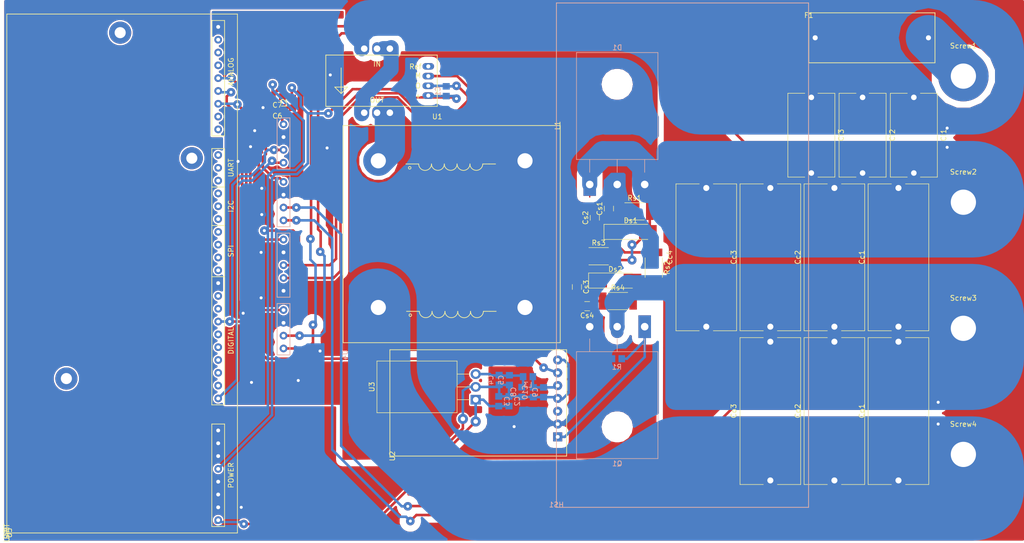
<source format=kicad_pcb>
(kicad_pcb (version 20171130) (host pcbnew "(5.0.0-rc2-dev-586-g888c43477)")
  (layers (0 F.Cu signal) (31 B.Cu signal) (34 B.Paste user) (35 F.Paste user) (36 B.SilkS user) (37 F.SilkS user) (38 B.Mask user) (39 F.Mask user) (44 Edge.Cuts user))
  (net 0 "")
  (net 1 "Net-(U1-Pad3)")
  (net 2 "Net-(U1-Pad10)")
  (net 3 +5V)
  (net 4 +12V)
  (net 5 "Net-(U5-Pad10)")
  (net 6 "Net-(U5-Pad11)")
  (net 7 "Net-(U5-Pad12)")
  (net 8 "Net-(U5-Pad13)")
  (net 9 "Net-(U5-Pad14)")
  (net 10 "Net-(U5-Pad16)")
  (net 11 "Net-(U5-Pad17)")
  (net 12 "Net-(U5-Pad19)")
  (net 13 "Net-(U5-Pad20)")
  (net 14 "Net-(U5-Pad21)")
  (net 15 "Net-(U5-Pad22)")
  (net 16 "Net-(U5-Pad23)")
  (net 17 "Net-(U5-Pad24)")
  (net 18 "Net-(U5-Pad25)")
  (net 19 "Net-(U5-Pad26)")
  (net 20 "Net-(U5-Pad27)")
  (net 21 "Net-(U5-Pad28)")
  (net 22 "Net-(U5-Pad29)")
  (net 23 "Net-(U5-Pad30)")
  (net 24 "Net-(U5-Pad34)")
  (net 25 "Net-(U5-Pad35)")
  (net 26 "Net-(U5-Pad36)")
  (net 27 GNDA)
  (net 28 +5VA)
  (net 29 "Net-(U2-Pad3)")
  (net 30 "Net-(Cs1-Pad1)")
  (net 31 "Net-(Cs2-Pad1)")
  (net 32 "Net-(Cs3-Pad1)")
  (net 33 "Net-(Cs4-Pad1)")
  (net 34 "Net-(C10-Pad1)")
  (net 35 "Net-(L1-Pad1)")
  (net 36 /-P_unfused)
  (net 37 /+Vp)
  (net 38 /-B)
  (net 39 /Source)
  (net 40 /Gate)
  (net 41 GND)
  (net 42 /+18V_OUT)
  (net 43 /Vbat_adc+)
  (net 44 /Vpanel_adc+)
  (net 45 /Ipanel_adc+)
  (net 46 /PWM)
  (net 47 /BatOVInterrupt)
  (net 48 /+B)
  (net 49 /Ipanel+)
  (net 50 /-Vp)
  (module MCCplaca:hs10425 (layer B.Cu) (at 194.31 110.49)
    (fp_text reference HS1 (at 0 -0.5) (layer B.SilkS) (effects (justify mirror)))
    (fp_text value Heatsink)
  )
  (module MCCplaca:TO-247-3_Horizontal_TabUp (layer B.Cu) (at 211.814 74.676 180)
    (fp_text reference Q1 (at 5.45 -27.15 180) (layer B.SilkS) (effects (justify mirror)))
    (fp_text value IRFP4321PbF)
    (pad "" np_thru_hole oval (at 5.45 -19.86 180) (size 3.6 3.6) (drill 3.6) (layers *.Cu *.Mask))
    (pad 1 thru_hole rect (at 0 0 180) (size 2.5 4.5) (drill 1.5) (layers *.Cu *.Mask) (net 40 /Gate))
    (pad 2 thru_hole oval (at 5.45 0 180) (size 2.5 4.5) (drill 1.5) (layers *.Cu *.Mask) (net 38 /-B))
    (pad 3 thru_hole oval (at 10.9 0 180) (size 2.5 4.5) (drill 1.5) (layers *.Cu *.Mask) (net 39 /Source))
  )
  (module MCCplaca:TO-247-3_Horizontal_TabUp (layer B.Cu) (at 200.914 46.482)
    (fp_text reference D1 (at 5.45 -27.15) (layer B.SilkS) (effects (justify mirror)))
    (fp_text value 80CPQ150PbF)
    (pad 3 thru_hole oval (at 10.9 0) (size 2.5 4.5) (drill 1.5) (layers *.Cu *.Mask) (net 37 /+Vp))
    (pad 2 thru_hole oval (at 5.45 0) (size 2.5 4.5) (drill 1.5) (layers *.Cu *.Mask) (net 39 /Source))
    (pad 1 thru_hole rect (at 0 0) (size 2.5 4.5) (drill 1.5) (layers *.Cu *.Mask) (net 37 /+Vp))
    (pad "" np_thru_hole oval (at 5.45 -19.86) (size 3.6 3.6) (drill 3.6) (layers *.Cu *.Mask))
  )
  (module "MCCplaca:Driver_(INEP)" (layer F.Cu) (at 161.29 100.33 90)
    (fp_text reference U2 (at 0 0.5 90) (layer F.SilkS))
    (fp_text value "DRIVER_(INEP)")
    (pad 2 thru_hole circle (at 6.35 33.274 270) (size 1.8 1.8) (drill 0.762) (layers *.Cu *.Mask) (net 39 /Source))
    (pad 1 thru_hole rect (at 3.81 33.274 270) (size 1.8 1.8) (drill 0.762) (layers *.Cu *.Mask) (net 40 /Gate))
    (pad 7 thru_hole circle (at 19.05 33.274 270) (size 1.8 1.8) (drill 0.762) (layers *.Cu *.Mask) (net 41 GND))
    (pad 3 thru_hole circle (at 8.89 33.274 270) (size 1.8 1.8) (drill 0.762) (layers *.Cu *.Mask) (net 29 "Net-(U2-Pad3)"))
    (pad 4 thru_hole circle (at 11.43 33.274 270) (size 1.8 1.8) (drill 0.762) (layers *.Cu *.Mask) (net 41 GND))
    (pad 6 thru_hole circle (at 16.51 33.274 270) (size 1.8 1.8) (drill 0.762) (layers *.Cu *.Mask) (net 46 /PWM))
    (pad 5 thru_hole circle (at 13.97 33.274 270) (size 1.8 1.8) (drill 0.762) (layers *.Cu *.Mask) (net 34 "Net-(C10-Pad1)"))
  )
  (module MCCplaca:LTSP_25-NP (layer F.Cu) (at 170.688 30.988 180)
    (fp_text reference U1 (at 0 -2.04 180) (layer F.SilkS))
    (fp_text value LTSP_25-NP)
    (fp_text user OUT (at 11.938 1.27 180) (layer F.SilkS))
    (fp_text user IN (at 11.938 8.382 180) (layer F.SilkS))
    (fp_text user Ref (at 4.318 7.874 180) (layer F.SilkS))
    (fp_text user M (at 3.81 6.096 180) (layer F.SilkS))
    (fp_text user O (at 3.81 4.064 180) (layer F.SilkS))
    (fp_text user + (at 3.81 2.032 180) (layer F.SilkS))
    (pad 5 thru_hole oval (at 11.938 11.43 180) (size 1.9 2.54) (drill 1.3) (layers *.Cu *.Mask) (net 1 "Net-(U1-Pad3)"))
    (pad 4 thru_hole oval (at 14.478 11.43 180) (size 1.9 2.54) (drill 1.3) (layers *.Cu *.Mask) (net 50 /-Vp))
    (pad 6 thru_hole oval (at 9.398 11.43 180) (size 1.9 2.54) (drill 1.3) (layers *.Cu *.Mask) (net 1 "Net-(U1-Pad3)"))
    (pad 7 thru_hole oval (at 1.778 2.1336) (size 2.3 1.3) (drill 0.8) (layers *.Cu *.Mask) (net 3 +5V))
    (pad 8 thru_hole oval (at 1.778 4.064) (size 2.3 1.3) (drill 0.8) (layers *.Cu *.Mask) (net 41 GND))
    (pad 9 thru_hole oval (at 1.778 5.9944) (size 2.3 1.3) (drill 0.8) (layers *.Cu *.Mask) (net 49 /Ipanel+))
    (pad 10 thru_hole oval (at 1.778 7.9248) (size 2.3 1.3) (drill 0.8) (layers *.Cu *.Mask) (net 2 "Net-(U1-Pad10)"))
    (pad 1 thru_hole oval (at 9.398 -1.27 180) (size 1.9 2.54) (drill 1.3) (layers *.Cu *.Mask) (net 35 "Net-(L1-Pad1)"))
    (pad 3 thru_hole oval (at 14.478 -1.27 180) (size 1.9 2.54) (drill 1.3) (layers *.Cu *.Mask) (net 1 "Net-(U1-Pad3)"))
    (pad 2 thru_hole oval (at 11.938 -1.27 180) (size 1.9 2.54) (drill 1.3) (layers *.Cu *.Mask) (net 35 "Net-(L1-Pad1)"))
  )
  (module MCCplaca:NEE-42-20-DE (layer F.Cu) (at 195.072 34.798 270)
    (fp_text reference L1 (at 0 0.5 270) (layer F.SilkS))
    (fp_text value 50uH/50uH)
    (pad 3 thru_hole circle (at 36.068 36.068 90) (size 5 5) (drill 3) (layers *.Cu *.Mask) (net 48 /+B))
    (pad 1 thru_hole circle (at 6.985 36.068) (size 5 5) (drill 3) (layers *.Cu *.Mask) (net 35 "Net-(L1-Pad1)"))
    (pad 4 thru_hole circle (at 36.068 6.985 180) (size 5 5) (drill 3) (layers *.Cu *.Mask) (net 39 /Source))
    (pad 2 thru_hole circle (at 6.985 6.985 270) (size 5 5) (drill 3) (layers *.Cu *.Mask) (net 39 /Source))
  )
  (module MCCplaca:Signals (layer B.Cu) (at 152.908 80.264 90)
    (fp_text reference U4 (at 0 -0.5 90) (layer B.SilkS) (effects (justify mirror)))
    (fp_text value Signals_MCC)
    (pad 16 thru_hole circle (at 43.18 -12.7 90) (size 1.524 1.524) (drill 0.762) (layers *.Cu *.Mask) (net 27 GNDA))
    (pad 15 thru_hole circle (at 40.64 -12.7 90) (size 1.524 1.524) (drill 0.762) (layers *.Cu *.Mask) (net 46 /PWM))
    (pad 14 thru_hole circle (at 38.1 -12.7 90) (size 1.524 1.524) (drill 0.762) (layers *.Cu *.Mask) (net 47 /BatOVInterrupt))
    (pad 13 thru_hole circle (at 34.29 -12.7 90) (size 1.524 1.524) (drill 0.762) (layers *.Cu *.Mask) (net 43 /Vbat_adc+))
    (pad 12 thru_hole circle (at 31.75 -12.7 90) (size 1.524 1.524) (drill 0.762) (layers *.Cu *.Mask) (net 27 GNDA))
    (pad 11 thru_hole circle (at 29.21 -12.7 90) (size 1.524 1.524) (drill 0.762) (layers *.Cu *.Mask) (net 38 /-B))
    (pad 10 thru_hole circle (at 26.67 -12.7 90) (size 1.524 1.524) (drill 0.762) (layers *.Cu *.Mask) (net 48 /+B))
    (pad 9 thru_hole circle (at 22.86 -12.7 90) (size 1.524 1.524) (drill 0.762) (layers *.Cu *.Mask) (net 45 /Ipanel_adc+))
    (pad 8 thru_hole circle (at 20.32 -12.7 90) (size 1.524 1.524) (drill 0.762) (layers *.Cu *.Mask) (net 27 GNDA))
    (pad 7 thru_hole circle (at 17.78 -12.7 90) (size 1.524 1.524) (drill 0.762) (layers *.Cu *.Mask) (net 41 GND))
    (pad 6 thru_hole circle (at 15.24 -12.7 90) (size 1.524 1.524) (drill 0.762) (layers *.Cu *.Mask) (net 49 /Ipanel+))
    (pad 5 thru_hole circle (at 12.7 -12.7 90) (size 1.524 1.524) (drill 0.762) (layers *.Cu *.Mask) (net 27 GNDA))
    (pad 4 thru_hole circle (at 8.89 -12.7 90) (size 1.524 1.524) (drill 0.762) (layers *.Cu *.Mask) (net 44 /Vpanel_adc+))
    (pad 3 thru_hole circle (at 6.35 -12.7 90) (size 1.524 1.524) (drill 0.762) (layers *.Cu *.Mask) (net 27 GNDA))
    (pad 2 thru_hole circle (at 3.81 -12.7 90) (size 1.524 1.524) (drill 0.762) (layers *.Cu *.Mask) (net 37 /+Vp))
    (pad 1 thru_hole circle (at 1.27 -12.7 90) (size 1.524 1.524) (drill 0.762) (layers *.Cu *.Mask) (net 50 /-Vp))
    (pad 17 thru_hole circle (at 45.72 -12.7 90) (size 1.524 1.524) (drill 0.762) (layers *.Cu *.Mask) (net 28 +5VA))
  )
  (module MCCplaca:ZCS18 (layer F.Cu) (at 85.344 115.57 90)
    (fp_text reference U5 (at 0 0.5 90) (layer F.SilkS))
    (fp_text value ZCS)
    (fp_text user ANALOG (at 91.44 44.45 90) (layer F.SilkS))
    (fp_text user UART (at 72.39 44.45 90) (layer F.SilkS))
    (fp_text user UART (at 0 0 90) (layer F.SilkS))
    (fp_text user I2C (at 64.77 44.45 90) (layer F.SilkS))
    (fp_text user SPI (at 55.88 44.45 90) (layer F.SilkS))
    (fp_text user SPI (at 0 0 90) (layer F.SilkS))
    (fp_text user DIGITAL (at 38.1 44.45 90) (layer F.SilkS))
    (fp_text user POWER (at 11.43 44.45 90) (layer F.SilkS))
    (pad 40 thru_hole circle (at 30.608 11.811 90) (size 4.4 4.4) (drill 2.2) (layers *.Cu *.Mask))
    (pad 39 thru_hole circle (at 99.187 22.479 90) (size 4.4 4.4) (drill 2.2) (layers *.Cu *.Mask))
    (pad 38 thru_hole circle (at 74.295 36.679274 90) (size 4.4 4.4) (drill 2.2) (layers *.Cu *.Mask))
    (pad 37 thru_hole circle (at 100.33 41.91 90) (size 1.524 1.524) (drill 0.762) (layers *.Cu *.Mask) (net 27 GNDA))
    (pad 36 thru_hole circle (at 97.79 41.91 90) (size 1.524 1.524) (drill 0.762) (layers *.Cu *.Mask) (net 26 "Net-(U5-Pad36)"))
    (pad 35 thru_hole circle (at 95.25 41.91 90) (size 1.524 1.524) (drill 0.762) (layers *.Cu *.Mask) (net 25 "Net-(U5-Pad35)"))
    (pad 34 thru_hole circle (at 92.71 41.91 90) (size 1.524 1.524) (drill 0.762) (layers *.Cu *.Mask) (net 24 "Net-(U5-Pad34)"))
    (pad 33 thru_hole circle (at 90.17 41.91 90) (size 1.524 1.524) (drill 0.762) (layers *.Cu *.Mask) (net 43 /Vbat_adc+))
    (pad 32 thru_hole circle (at 87.63 41.91 90) (size 1.524 1.524) (drill 0.762) (layers *.Cu *.Mask) (net 44 /Vpanel_adc+))
    (pad 31 thru_hole circle (at 85.09 41.91 90) (size 1.524 1.524) (drill 0.762) (layers *.Cu *.Mask) (net 45 /Ipanel_adc+))
    (pad 30 thru_hole circle (at 82.55 41.91 90) (size 1.524 1.524) (drill 0.762) (layers *.Cu *.Mask) (net 23 "Net-(U5-Pad30)"))
    (pad 29 thru_hole circle (at 80.01 41.91 90) (size 1.524 1.524) (drill 0.762) (layers *.Cu *.Mask) (net 22 "Net-(U5-Pad29)"))
    (pad 28 thru_hole circle (at 74.93 41.91 90) (size 1.524 1.524) (drill 0.762) (layers *.Cu *.Mask) (net 21 "Net-(U5-Pad28)"))
    (pad 27 thru_hole circle (at 72.39 41.91 90) (size 1.524 1.524) (drill 0.762) (layers *.Cu *.Mask) (net 20 "Net-(U5-Pad27)"))
    (pad 26 thru_hole circle (at 69.85 41.91 90) (size 1.524 1.524) (drill 0.762) (layers *.Cu *.Mask) (net 19 "Net-(U5-Pad26)"))
    (pad 25 thru_hole circle (at 67.31 41.91 90) (size 1.524 1.524) (drill 0.762) (layers *.Cu *.Mask) (net 18 "Net-(U5-Pad25)"))
    (pad 24 thru_hole circle (at 64.77 41.91 90) (size 1.524 1.524) (drill 0.762) (layers *.Cu *.Mask) (net 17 "Net-(U5-Pad24)"))
    (pad 23 thru_hole circle (at 62.23 41.91 90) (size 1.524 1.524) (drill 0.762) (layers *.Cu *.Mask) (net 16 "Net-(U5-Pad23)"))
    (pad 22 thru_hole circle (at 59.69 41.91 90) (size 1.524 1.524) (drill 0.762) (layers *.Cu *.Mask) (net 15 "Net-(U5-Pad22)"))
    (pad 21 thru_hole circle (at 57.15 41.91 90) (size 1.524 1.524) (drill 0.762) (layers *.Cu *.Mask) (net 14 "Net-(U5-Pad21)"))
    (pad 20 thru_hole circle (at 54.61 41.91 90) (size 1.524 1.524) (drill 0.762) (layers *.Cu *.Mask) (net 13 "Net-(U5-Pad20)"))
    (pad 19 thru_hole circle (at 52.07 41.91 90) (size 1.524 1.524) (drill 0.762) (layers *.Cu *.Mask) (net 12 "Net-(U5-Pad19)"))
    (pad 18 thru_hole circle (at 49.53 41.91 90) (size 1.524 1.524) (drill 0.762) (layers *.Cu *.Mask) (net 41 GND))
    (pad 17 thru_hole circle (at 46.99 41.91 90) (size 1.524 1.524) (drill 0.762) (layers *.Cu *.Mask) (net 11 "Net-(U5-Pad17)"))
    (pad 16 thru_hole circle (at 44.45 41.91 90) (size 1.524 1.524) (drill 0.762) (layers *.Cu *.Mask) (net 10 "Net-(U5-Pad16)"))
    (pad 15 thru_hole circle (at 41.91 41.91 90) (size 1.524 1.524) (drill 0.762) (layers *.Cu *.Mask) (net 46 /PWM))
    (pad 14 thru_hole circle (at 39.37 41.91 90) (size 1.524 1.524) (drill 0.762) (layers *.Cu *.Mask) (net 9 "Net-(U5-Pad14)"))
    (pad 13 thru_hole circle (at 36.83 41.91 90) (size 1.524 1.524) (drill 0.762) (layers *.Cu *.Mask) (net 8 "Net-(U5-Pad13)"))
    (pad 12 thru_hole circle (at 34.29 41.91 90) (size 1.524 1.524) (drill 0.762) (layers *.Cu *.Mask) (net 7 "Net-(U5-Pad12)"))
    (pad 11 thru_hole circle (at 31.75 41.91 90) (size 1.524 1.524) (drill 0.762) (layers *.Cu *.Mask) (net 6 "Net-(U5-Pad11)"))
    (pad 10 thru_hole circle (at 29.21 41.91 90) (size 1.524 1.524) (drill 0.762) (layers *.Cu *.Mask) (net 5 "Net-(U5-Pad10)"))
    (pad 9 thru_hole circle (at 26.67 41.91 90) (size 1.524 1.524) (drill 0.762) (layers *.Cu *.Mask) (net 47 /BatOVInterrupt))
    (pad 8 thru_hole circle (at 20.32 41.91 90) (size 1.524 1.524) (drill 0.762) (layers *.Cu *.Mask) (net 41 GND))
    (pad 7 thru_hole circle (at 17.78 41.91 90) (size 1.524 1.524) (drill 0.762) (layers *.Cu *.Mask) (net 41 GND))
    (pad 6 thru_hole circle (at 15.24 41.91 90) (size 1.524 1.524) (drill 0.762) (layers *.Cu *.Mask) (net 41 GND))
    (pad 5 thru_hole circle (at 12.7 41.91 90) (size 1.524 1.524) (drill 0.762) (layers *.Cu *.Mask) (net 3 +5V))
    (pad 4 thru_hole circle (at 10.16 41.91 90) (size 1.524 1.524) (drill 0.762) (layers *.Cu *.Mask) (net 41 GND))
    (pad 3 thru_hole circle (at 7.62 41.91 90) (size 1.524 1.524) (drill 0.762) (layers *.Cu *.Mask) (net 41 GND))
    (pad 2 thru_hole circle (at 5.08 41.91 90) (size 1.524 1.524) (drill 0.762) (layers *.Cu *.Mask) (net 41 GND))
    (pad 1 thru_hole circle (at 2.54 41.91 90) (size 1.524 1.524) (drill 0.762) (layers *.Cu *.Mask) (net 42 /+18V_OUT))
  )
  (module Capacitor_SMD:C_1206_3216Metric_Pad1.39x1.80mm_HandSolder (layer F.Cu) (at 200.406 70.612 180)
    (fp_text reference Cs4 (at 0 -1.85 180) (layer F.SilkS))
    (fp_text value ??)
    (pad 2 smd rect (at 1.5175 0 180) (size 1.395 1.8) (layers F.Cu F.Paste F.Mask) (net 39 /Source))
    (pad 1 smd rect (at -1.5175 0 180) (size 1.395 1.8) (layers F.Cu F.Paste F.Mask) (net 33 "Net-(Cs4-Pad1)"))
  )
  (module Capacitor_SMD:C_1206_3216Metric_Pad1.39x1.80mm_HandSolder (layer F.Cu) (at 198.374 66.802 270)
    (fp_text reference Cs3 (at 0 -1.85 270) (layer F.SilkS))
    (fp_text value ??)
    (pad 1 smd rect (at -1.5175 0 270) (size 1.395 1.8) (layers F.Cu F.Paste F.Mask) (net 32 "Net-(Cs3-Pad1)"))
    (pad 2 smd rect (at 1.5175 0 270) (size 1.395 1.8) (layers F.Cu F.Paste F.Mask) (net 39 /Source))
  )
  (module Capacitor_SMD:C_1206_3216Metric_Pad1.39x1.80mm_HandSolder (layer F.Cu) (at 201.93 53.086 90)
    (fp_text reference Cs2 (at 0 -1.85 90) (layer F.SilkS))
    (fp_text value ??)
    (pad 2 smd rect (at 1.5175 0 90) (size 1.395 1.8) (layers F.Cu F.Paste F.Mask) (net 39 /Source))
    (pad 1 smd rect (at -1.5175 0 90) (size 1.395 1.8) (layers F.Cu F.Paste F.Mask) (net 31 "Net-(Cs2-Pad1)"))
  )
  (module Capacitor_SMD:C_1206_3216Metric_Pad1.39x1.80mm_HandSolder (layer F.Cu) (at 204.724 51.2595 90)
    (fp_text reference Cs1 (at 0 -1.85 90) (layer F.SilkS))
    (fp_text value ??)
    (pad 1 smd rect (at -1.5175 0 90) (size 1.395 1.8) (layers F.Cu F.Paste F.Mask) (net 30 "Net-(Cs1-Pad1)"))
    (pad 2 smd rect (at 1.5175 0 90) (size 1.395 1.8) (layers F.Cu F.Paste F.Mask) (net 39 /Source))
  )
  (module MCC:C_0805_2012Metric_Pad1.29x1.40mm_HandSolder (layer B.Cu) (at 182.95874 85.23732 270)
    (fp_text reference C4 (at 0 1.65 270) (layer B.SilkS) (effects (justify mirror)))
    (fp_text value 100nF)
    (pad 1 smd rect (at -0.9675 0 270) (size 1.295 1.4) (layers B.Cu B.Paste B.Mask) (net 4 +12V))
    (pad 2 smd rect (at 0.9675 0 270) (size 1.295 1.4) (layers B.Cu B.Paste B.Mask) (net 41 GND))
  )
  (module Package_TO_SOT_THT:TO-220-3_Horizontal_TabDown (layer F.Cu) (at 178.308 89.154 90)
    (fp_text reference U3 (at 2.54 -20.58 90) (layer F.SilkS))
    (fp_text value LM7812_TO220)
    (pad 3 thru_hole oval (at 5.08 0 90) (size 1.905 2) (drill 1.1) (layers *.Cu *.Mask) (net 4 +12V))
    (pad 2 thru_hole oval (at 2.54 0 90) (size 1.905 2) (drill 1.1) (layers *.Cu *.Mask) (net 41 GND))
    (pad 1 thru_hole rect (at 0 0 90) (size 1.905 2) (drill 1.1) (layers *.Cu *.Mask) (net 42 /+18V_OUT))
    (pad "" smd oval (at 2.54 -16.66 90) (size 3.5 3.5) (layers F.Cu F.Paste F.Mask))
  )
  (module Capacitor_THT:C_Rect_L16.5mm_W9.2mm_P15.00mm_MKT (layer F.Cu) (at 255.016 29.21 270)
    (fp_text reference Ci2 (at 7.5 -5.91 270) (layer F.SilkS))
    (fp_text value 4.7uF)
    (pad 2 thru_hole circle (at 15 0 270) (size 2.2 2.2) (drill 1.1) (layers *.Cu *.Mask) (net 37 /+Vp))
    (pad 1 thru_hole circle (at 0 0 270) (size 2.2 2.2) (drill 1.1) (layers *.Cu *.Mask) (net 50 /-Vp))
  )
  (module Capacitor_THT:C_Rect_L16.5mm_W9.2mm_P15.00mm_MKT (layer F.Cu) (at 265.176 29.21 270)
    (fp_text reference Ci1 (at 7.5 -5.91 270) (layer F.SilkS))
    (fp_text value 4.7uF)
    (pad 2 thru_hole circle (at 15 0 270) (size 2.2 2.2) (drill 1.1) (layers *.Cu *.Mask) (net 37 /+Vp))
    (pad 1 thru_hole circle (at 0 0 270) (size 2.2 2.2) (drill 1.1) (layers *.Cu *.Mask) (net 50 /-Vp))
  )
  (module Capacitor_THT:C_Rect_L16.5mm_W9.2mm_P15.00mm_MKT (layer F.Cu) (at 244.856 29.21 270)
    (fp_text reference Ci3 (at 7.5 -5.91 270) (layer F.SilkS))
    (fp_text value 4.7uF)
    (pad 2 thru_hole circle (at 15 0 270) (size 2.2 2.2) (drill 1.1) (layers *.Cu *.Mask) (net 37 /+Vp))
    (pad 1 thru_hole circle (at 0 0 270) (size 2.2 2.2) (drill 1.1) (layers *.Cu *.Mask) (net 50 /-Vp))
  )
  (module Diode_SMD:D_MELF_Handsoldering (layer F.Cu) (at 205.994 65.532)
    (fp_text reference Ds2 (at 0 -2.25) (layer F.SilkS))
    (fp_text value BYD77)
    (pad 2 smd rect (at 3.4 0) (size 3.5 2.7) (layers F.Cu F.Paste F.Mask) (net 38 /-B))
    (pad 1 smd rect (at -3.4 0) (size 3.5 2.7) (layers F.Cu F.Paste F.Mask) (net 32 "Net-(Cs3-Pad1)"))
  )
  (module Diode_SMD:D_MELF_Handsoldering (layer F.Cu) (at 209.042 55.88)
    (fp_text reference Ds1 (at 0 -2.25) (layer F.SilkS))
    (fp_text value BYD77)
    (pad 2 smd rect (at 3.4 0) (size 3.5 2.7) (layers F.Cu F.Paste F.Mask) (net 37 /+Vp))
    (pad 1 smd rect (at -3.4 0) (size 3.5 2.7) (layers F.Cu F.Paste F.Mask) (net 31 "Net-(Cs2-Pad1)"))
  )
  (module Inductor_SMD:L_0805_2012Metric_Pad1.29x1.40mm_HandSolder (layer B.Cu) (at 188.6735 84.582)
    (fp_text reference L3 (at 0 1.65) (layer B.SilkS) (effects (justify mirror)))
    (fp_text value L_Small)
    (pad 2 smd rect (at 0.9675 0) (size 1.295 1.4) (layers B.Cu B.Paste B.Mask) (net 34 "Net-(C10-Pad1)"))
    (pad 1 smd rect (at -0.9675 0) (size 1.295 1.4) (layers B.Cu B.Paste B.Mask) (net 4 +12V))
  )
  (module Inductor_SMD:L_0805_2012Metric_Pad1.29x1.40mm_HandSolder (layer F.Cu) (at 141.986 30.3045 90)
    (fp_text reference L2 (at 0 -1.65 90) (layer F.SilkS))
    (fp_text value L_Small)
    (pad 2 smd rect (at 0.9675 0 90) (size 1.295 1.4) (layers F.Cu F.Paste F.Mask) (net 3 +5V))
    (pad 1 smd rect (at -0.9675 0 90) (size 1.295 1.4) (layers F.Cu F.Paste F.Mask) (net 28 +5VA))
  )
  (module Resistor_SMD:R_2512_6332Metric_Pad1.49x3.40mm_HandSolder (layer F.Cu) (at 206.502 69.596)
    (fp_text reference Rs4 (at 0 -2.65) (layer F.SilkS))
    (fp_text value ??)
    (pad 2 smd rect (at 3.0175 0) (size 1.495 3.4) (layers F.Cu F.Paste F.Mask) (net 38 /-B))
    (pad 1 smd rect (at -3.0175 0) (size 1.495 3.4) (layers F.Cu F.Paste F.Mask) (net 33 "Net-(Cs4-Pad1)"))
  )
  (module Resistor_SMD:R_2512_6332Metric_Pad1.49x3.40mm_HandSolder (layer F.Cu) (at 202.692 60.706)
    (fp_text reference Rs3 (at 0 -2.65) (layer F.SilkS))
    (fp_text value ??)
    (pad 2 smd rect (at 3.0175 0) (size 1.495 3.4) (layers F.Cu F.Paste F.Mask) (net 37 /+Vp))
    (pad 1 smd rect (at -3.0175 0) (size 1.495 3.4) (layers F.Cu F.Paste F.Mask) (net 32 "Net-(Cs3-Pad1)"))
  )
  (module Resistor_SMD:R_2512_6332Metric_Pad1.49x3.40mm_HandSolder (layer F.Cu) (at 213.614 62.9615 270)
    (fp_text reference Rs2 (at 0 -2.65 270) (layer F.SilkS))
    (fp_text value ??)
    (pad 2 smd rect (at 3.0175 0 270) (size 1.495 3.4) (layers F.Cu F.Paste F.Mask) (net 38 /-B))
    (pad 1 smd rect (at -3.0175 0 270) (size 1.495 3.4) (layers F.Cu F.Paste F.Mask) (net 31 "Net-(Cs2-Pad1)"))
  )
  (module Resistor_SMD:R_2512_6332Metric_Pad1.49x3.40mm_HandSolder (layer F.Cu) (at 209.804 51.816)
    (fp_text reference Rs1 (at 0 -2.65) (layer F.SilkS))
    (fp_text value ??)
    (pad 2 smd rect (at 3.0175 0) (size 1.495 3.4) (layers F.Cu F.Paste F.Mask) (net 37 /+Vp))
    (pad 1 smd rect (at -3.0175 0) (size 1.495 3.4) (layers F.Cu F.Paste F.Mask) (net 30 "Net-(Cs1-Pad1)"))
  )
  (module MCC:C_0805_2012Metric_Pad1.29x1.40mm_HandSolder (layer B.Cu) (at 184.99836 85.26272 270)
    (fp_text reference C5 (at 0 1.65 270) (layer B.SilkS) (effects (justify mirror)))
    (fp_text value 10uF)
    (pad 2 smd rect (at 0.9675 0 270) (size 1.295 1.4) (layers B.Cu B.Paste B.Mask) (net 41 GND))
    (pad 1 smd rect (at -0.9675 0 270) (size 1.295 1.4) (layers B.Cu B.Paste B.Mask) (net 4 +12V))
  )
  (module MCC:C_0805_2012Metric_Pad1.29x1.40mm_HandSolder (layer B.Cu) (at 184.912 89.4565 90)
    (fp_text reference C2 (at 0 1.65 90) (layer B.SilkS) (effects (justify mirror)))
    (fp_text value 10uF)
    (pad 1 smd rect (at -0.9675 0 90) (size 1.295 1.4) (layers B.Cu B.Paste B.Mask) (net 42 /+18V_OUT))
    (pad 2 smd rect (at 0.9675 0 90) (size 1.295 1.4) (layers B.Cu B.Paste B.Mask) (net 41 GND))
  )
  (module MCC:C_0805_2012Metric_Pad1.29x1.40mm_HandSolder (layer B.Cu) (at 189.738 87.6785 270)
    (fp_text reference C10 (at 0 1.65 270) (layer B.SilkS) (effects (justify mirror)))
    (fp_text value 10uF)
    (pad 2 smd rect (at 0.9675 0 270) (size 1.295 1.4) (layers B.Cu B.Paste B.Mask) (net 41 GND))
    (pad 1 smd rect (at -0.9675 0 270) (size 1.295 1.4) (layers B.Cu B.Paste B.Mask) (net 34 "Net-(C10-Pad1)"))
  )
  (module MCC:C_0805_2012Metric_Pad1.29x1.40mm_HandSolder (layer F.Cu) (at 138.9865 31.242 180)
    (fp_text reference C6 (at 0 -1.65 180) (layer F.SilkS))
    (fp_text value 100nF)
    (pad 1 smd rect (at -0.9675 0 180) (size 1.295 1.4) (layers F.Cu F.Paste F.Mask) (net 28 +5VA))
    (pad 2 smd rect (at 0.9675 0 180) (size 1.295 1.4) (layers F.Cu F.Paste F.Mask) (net 27 GNDA))
  )
  (module MCC:C_0805_2012Metric_Pad1.29x1.40mm_HandSolder (layer F.Cu) (at 138.9865 29.083 180)
    (fp_text reference C7 (at 0 -1.65 180) (layer F.SilkS))
    (fp_text value 100nF)
    (pad 2 smd rect (at 0.9675 0 180) (size 1.295 1.4) (layers F.Cu F.Paste F.Mask) (net 41 GND))
    (pad 1 smd rect (at -0.9675 0 180) (size 1.295 1.4) (layers F.Cu F.Paste F.Mask) (net 3 +5V))
  )
  (module MCC:C_0805_2012Metric_Pad1.29x1.40mm_HandSolder (layer B.Cu) (at 187.452 87.63 270)
    (fp_text reference C8 (at 0 1.65 270) (layer B.SilkS) (effects (justify mirror)))
    (fp_text value 100nF)
    (pad 1 smd rect (at -0.9675 0 270) (size 1.295 1.4) (layers B.Cu B.Paste B.Mask) (net 4 +12V))
    (pad 2 smd rect (at 0.9675 0 270) (size 1.295 1.4) (layers B.Cu B.Paste B.Mask) (net 41 GND))
  )
  (module MCC:C_0805_2012Metric_Pad1.29x1.40mm_HandSolder (layer B.Cu) (at 191.77 87.6785 270)
    (fp_text reference C9 (at 0 1.65 270) (layer B.SilkS) (effects (justify mirror)))
    (fp_text value 100nF)
    (pad 2 smd rect (at 0.9675 0 270) (size 1.295 1.4) (layers B.Cu B.Paste B.Mask) (net 41 GND))
    (pad 1 smd rect (at -0.9675 0 270) (size 1.295 1.4) (layers B.Cu B.Paste B.Mask) (net 34 "Net-(C10-Pad1)"))
  )
  (module MCC:C_0805_2012Metric_Pad1.29x1.40mm_HandSolder (layer B.Cu) (at 172.466 27.9885 270)
    (fp_text reference C1 (at 0 1.65 270) (layer B.SilkS) (effects (justify mirror)))
    (fp_text value 100nF)
    (pad 2 smd rect (at 0.9675 0 270) (size 1.295 1.4) (layers B.Cu B.Paste B.Mask) (net 3 +5V))
    (pad 1 smd rect (at -0.9675 0 270) (size 1.295 1.4) (layers B.Cu B.Paste B.Mask) (net 41 GND))
  )
  (module MCC:C_0805_2012Metric_Pad1.29x1.40mm_HandSolder (layer B.Cu) (at 182.88 89.4565 90)
    (fp_text reference C3 (at 0 1.65 90) (layer B.SilkS) (effects (justify mirror)))
    (fp_text value 100nF)
    (pad 2 smd rect (at 0.9675 0 90) (size 1.295 1.4) (layers B.Cu B.Paste B.Mask) (net 41 GND))
    (pad 1 smd rect (at -0.9675 0 90) (size 1.295 1.4) (layers B.Cu B.Paste B.Mask) (net 42 /+18V_OUT))
  )
  (module MCC:C_Rect_L29.0mm_W11.9mm_P27.50mm_MKT (layer F.Cu) (at 249.428 105.156 90)
    (fp_text reference Co2 (at 13.75 -7.26 90) (layer F.SilkS))
    (fp_text value 4.7uF)
    (pad 2 thru_hole circle (at 27.5 0 90) (size 2.4 2.4) (drill 1.2) (layers *.Cu *.Mask) (net 38 /-B))
    (pad 1 thru_hole circle (at 0 0 90) (size 2.4 2.4) (drill 1.2) (layers *.Cu *.Mask) (net 48 /+B))
  )
  (module MCC:C_Rect_L29.0mm_W11.9mm_P27.50mm_MKT (layer F.Cu) (at 262.128 74.676 90)
    (fp_text reference Cc1 (at 13.75 -7.26 90) (layer F.SilkS))
    (fp_text value 6.8uF)
    (pad 1 thru_hole circle (at 0 0 90) (size 2.4 2.4) (drill 1.2) (layers *.Cu *.Mask) (net 38 /-B))
    (pad 2 thru_hole circle (at 27.5 0 90) (size 2.4 2.4) (drill 1.2) (layers *.Cu *.Mask) (net 37 /+Vp))
  )
  (module MCC:C_Rect_L29.0mm_W11.9mm_P27.50mm_MKT (layer F.Cu) (at 249.428 74.676 90)
    (fp_text reference Cc2 (at 13.75 -7.26 90) (layer F.SilkS))
    (fp_text value 6.8uF)
    (pad 2 thru_hole circle (at 27.5 0 90) (size 2.4 2.4) (drill 1.2) (layers *.Cu *.Mask) (net 37 /+Vp))
    (pad 1 thru_hole circle (at 0 0 90) (size 2.4 2.4) (drill 1.2) (layers *.Cu *.Mask) (net 38 /-B))
  )
  (module MCC:C_Rect_L29.0mm_W11.9mm_P27.50mm_MKT (layer F.Cu) (at 236.728 74.676 90)
    (fp_text reference Cc3 (at 13.75 -7.26 90) (layer F.SilkS))
    (fp_text value 6.8uF)
    (pad 1 thru_hole circle (at 0 0 90) (size 2.4 2.4) (drill 1.2) (layers *.Cu *.Mask) (net 38 /-B))
    (pad 2 thru_hole circle (at 27.5 0 90) (size 2.4 2.4) (drill 1.2) (layers *.Cu *.Mask) (net 37 /+Vp))
  )
  (module MCC:C_Rect_L29.0mm_W11.9mm_P27.50mm_MKT (layer F.Cu) (at 262.128 105.156 90)
    (fp_text reference Co1 (at 13.75 -7.26 90) (layer F.SilkS))
    (fp_text value 4.7uF)
    (pad 2 thru_hole circle (at 27.5 0 90) (size 2.4 2.4) (drill 1.2) (layers *.Cu *.Mask) (net 38 /-B))
    (pad 1 thru_hole circle (at 0 0 90) (size 2.4 2.4) (drill 1.2) (layers *.Cu *.Mask) (net 48 /+B))
  )
  (module MCC:C_Rect_L29.0mm_W11.9mm_P27.50mm_MKT (layer F.Cu) (at 224.028 74.676 90)
    (fp_text reference Cc4 (at 13.75 -7.26 90) (layer F.SilkS))
    (fp_text value 6.8uF)
    (pad 1 thru_hole circle (at 0 0 90) (size 2.4 2.4) (drill 1.2) (layers *.Cu *.Mask) (net 38 /-B))
    (pad 2 thru_hole circle (at 27.5 0 90) (size 2.4 2.4) (drill 1.2) (layers *.Cu *.Mask) (net 37 /+Vp))
  )
  (module MCC:C_Rect_L29.0mm_W11.9mm_P27.50mm_MKT (layer F.Cu) (at 236.728 105.156 90)
    (fp_text reference Co3 (at 13.75 -7.26 90) (layer F.SilkS))
    (fp_text value 4.7uF)
    (pad 2 thru_hole circle (at 27.5 0 90) (size 2.4 2.4) (drill 1.2) (layers *.Cu *.Mask) (net 38 /-B))
    (pad 1 thru_hole circle (at 0 0 90) (size 2.4 2.4) (drill 1.2) (layers *.Cu *.Mask) (net 48 /+B))
  )
  (module MCC:MountingHole_5mm_Pad (layer F.Cu) (at 275 100)
    (fp_text reference Screw4 (at 0 -6) (layer F.SilkS))
    (fp_text value +B)
    (pad 1 thru_hole circle (at 0 0) (size 10 10) (drill 5) (layers *.Cu *.Mask) (net 48 /+B))
  )
  (module MCC:MountingHole_5mm_Pad (layer F.Cu) (at 275 75)
    (fp_text reference Screw3 (at 0 -6) (layer F.SilkS))
    (fp_text value -B)
    (pad 1 thru_hole circle (at 0 0) (size 10 10) (drill 5) (layers *.Cu *.Mask) (net 38 /-B))
  )
  (module MCC:MountingHole_5mm_Pad (layer F.Cu) (at 275 50)
    (fp_text reference Screw2 (at 0 -6) (layer F.SilkS))
    (fp_text value +P)
    (pad 1 thru_hole circle (at 0 0) (size 10 10) (drill 5) (layers *.Cu *.Mask) (net 37 /+Vp))
  )
  (module MCC:MountingHole_5mm_Pad (layer F.Cu) (at 275 25)
    (fp_text reference Screw1 (at 0 -6) (layer F.SilkS))
    (fp_text value -P)
    (pad 1 thru_hole circle (at 0 0) (size 10 10) (drill 5) (layers *.Cu *.Mask) (net 36 /-P_unfused))
  )
  (module MCC:Porta_Fusivel (layer F.Cu) (at 244.348 12.446)
    (fp_text reference F1 (at 0 0.5) (layer F.SilkS))
    (fp_text value Fuse)
    (pad 2 thru_hole circle (at 23.7236 4.953 180) (size 3 3) (drill 1) (layers *.Cu *.Mask) (net 36 /-P_unfused))
    (pad 1 thru_hole circle (at 1.27 4.953) (size 3 3) (drill 1) (layers *.Cu *.Mask) (net 50 /-Vp))
  )
  (module MCC:R_0805_2012Metric_Pad1.29x1.40mm_HandSolder (layer B.Cu) (at 206.2965 81.026)
    (fp_text reference R1 (at 0 1.65) (layer B.SilkS) (effects (justify mirror)))
    (fp_text value 10k)
    (pad 2 smd rect (at 0.9675 0) (size 1.295 1.4) (layers B.Cu B.Paste B.Mask) (net 40 /Gate))
    (pad 1 smd rect (at -0.9675 0) (size 1.295 1.4) (layers B.Cu B.Paste B.Mask) (net 39 /Source))
  )
  (segment (start 211.814 49.044) (end 211.814 46.482) (width 0.25) (layer F.Cu) (net 37))
  (segment (start 200.914 46.482) (end 200.914 48.982) (width 0.25) (layer F.Cu) (net 37))
  (segment (start 275 24.3274) (end 268.0716 17.399) (width 9) (layer B.Cu) (net 36))
  (segment (start 275 25) (end 275 24.3274) (width 9) (layer B.Cu) (net 36))
  (segment (start 200.914 43.053) (end 203.581 40.386) (width 5) (layer B.Cu) (net 37))
  (segment (start 203.581 40.386) (end 209.296 40.386) (width 5) (layer B.Cu) (net 37))
  (segment (start 211.814 42.904) (end 211.814 46.482) (width 5) (layer B.Cu) (net 37))
  (segment (start 209.296 40.386) (end 211.814 42.904) (width 5) (layer B.Cu) (net 37))
  (segment (start 200.914 46.482) (end 200.914 43.053) (width 3) (layer B.Cu) (net 37))
  (segment (start 212.8215 47.4895) (end 211.814 46.482) (width 0.508) (layer F.Cu) (net 37))
  (segment (start 212.8215 51.816) (end 212.8215 47.4895) (width 0.508) (layer F.Cu) (net 37))
  (segment (start 212.8215 55.5005) (end 212.442 55.88) (width 0.508) (layer F.Cu) (net 37))
  (segment (start 212.8215 51.816) (end 212.8215 55.5005) (width 0.508) (layer F.Cu) (net 37))
  (via (at 209.296 61.468) (size 1.8) (drill 0.7) (layers F.Cu B.Cu) (net 37))
  (segment (start 205.232 61.468) (end 209.296 61.468) (width 0.508) (layer F.Cu) (net 37))
  (via (at 209.296 58.42) (size 1.8) (drill 0.7) (layers F.Cu B.Cu) (net 37))
  (segment (start 209.296 61.468) (end 209.296 58.42) (width 0.508) (layer B.Cu) (net 37))
  (segment (start 209.902 58.42) (end 212.442 55.88) (width 0.508) (layer F.Cu) (net 37))
  (segment (start 209.296 58.42) (end 209.902 58.42) (width 0.508) (layer F.Cu) (net 37))
  (segment (start 208.6102 66.87312) (end 206.3242 69.92112) (width 5) (layer B.Cu) (net 38))
  (segment (start 224.2312 74.5871) (end 216.6112 66.9671) (width 5) (layer B.Cu) (net 38))
  (segment (start 216.57818 66.95948) (end 208.57718 66.95948) (width 5) (layer B.Cu) (net 38))
  (segment (start 209.5195 65.6575) (end 209.394 65.532) (width 0.508) (layer F.Cu) (net 38))
  (segment (start 209.5195 69.596) (end 209.5195 65.6575) (width 0.508) (layer F.Cu) (net 38))
  (segment (start 213.167 65.532) (end 213.614 65.979) (width 0.508) (layer F.Cu) (net 38))
  (segment (start 209.394 65.532) (end 213.167 65.532) (width 0.508) (layer F.Cu) (net 38))
  (segment (start 191.897 74.676) (end 188.087 70.866) (width 5) (layer B.Cu) (net 39))
  (segment (start 199.8345 74.68616) (end 190.8175 74.68616) (width 5) (layer B.Cu) (net 39))
  (segment (start 205.92796 49.69764) (end 202.676602 52.948998) (width 5) (layer B.Cu) (net 39))
  (segment (start 195.34632 52.8066) (end 202.858495 52.8066) (width 5) (layer B.Cu) (net 39))
  (segment (start 188.087 45.318533) (end 195.600467 52.832) (width 5) (layer B.Cu) (net 39))
  (segment (start 188.087 41.783) (end 188.087 45.318533) (width 5) (layer B.Cu) (net 39))
  (segment (start 206.364 49.580642) (end 206.364 46.482) (width 3) (layer B.Cu) (net 39))
  (segment (start 188.087 41.783) (end 188.087 70.866) (width 9) (layer B.Cu) (net 39))
  (segment (start 199.4385 73.2005) (end 199.4385 70.612) (width 0.508) (layer F.Cu) (net 39))
  (segment (start 200.914 74.676) (end 199.4385 73.2005) (width 0.508) (layer F.Cu) (net 39))
  (segment (start 199.39 70.5635) (end 199.4385 70.612) (width 0.508) (layer F.Cu) (net 39))
  (segment (start 204.724 48.122) (end 206.364 46.482) (width 0.508) (layer F.Cu) (net 39))
  (segment (start 204.724 50.292) (end 204.724 48.122) (width 0.508) (layer F.Cu) (net 39))
  (segment (start 203.2 50.292) (end 204.724 50.292) (width 0.508) (layer F.Cu) (net 39))
  (segment (start 202.438 52.1185) (end 202.438 51.054) (width 0.508) (layer F.Cu) (net 39))
  (segment (start 202.438 51.054) (end 203.2 50.292) (width 0.508) (layer F.Cu) (net 39))
  (segment (start 211.814 77.434) (end 211.814 74.676) (width 0.508) (layer B.Cu) (net 40))
  (segment (start 211.814 80.678) (end 211.814 77.434) (width 0.508) (layer B.Cu) (net 40))
  (segment (start 195.972 96.52) (end 211.814 80.678) (width 0.508) (layer B.Cu) (net 40))
  (segment (start 194.564 96.52) (end 195.972 96.52) (width 0.508) (layer B.Cu) (net 40))
  (segment (start 178.659 86.263) (end 178.308 86.614) (width 0.508) (layer B.Cu) (net 41))
  (segment (start 189.6895 88.5975) (end 189.738 88.646) (width 0.508) (layer B.Cu) (net 41))
  (segment (start 187.452 88.5975) (end 189.6895 88.5975) (width 0.508) (layer B.Cu) (net 41))
  (segment (start 189.738 88.646) (end 191.77 88.646) (width 0.508) (layer B.Cu) (net 41))
  (segment (start 194.31 88.646) (end 194.564 88.9) (width 0.508) (layer B.Cu) (net 41))
  (segment (start 191.77 88.646) (end 194.31 88.646) (width 0.508) (layer B.Cu) (net 41))
  (segment (start 196.73316 87.80018) (end 195.46062 89.07272) (width 0.508) (layer B.Cu) (net 41))
  (segment (start 196.73316 82.176368) (end 196.73316 87.80018) (width 0.508) (layer B.Cu) (net 41))
  (segment (start 194.564 81.28) (end 195.836792 81.28) (width 0.508) (layer B.Cu) (net 41))
  (segment (start 195.836792 81.28) (end 196.73316 82.176368) (width 0.508) (layer B.Cu) (net 41))
  (segment (start 182.54956 86.614) (end 182.95874 86.20482) (width 0.508) (layer B.Cu) (net 41))
  (segment (start 178.308 86.614) (end 182.54956 86.614) (width 0.508) (layer B.Cu) (net 41))
  (segment (start 182.98414 86.23022) (end 182.95874 86.20482) (width 0.508) (layer B.Cu) (net 41))
  (segment (start 184.99836 86.23022) (end 182.98414 86.23022) (width 0.508) (layer B.Cu) (net 41))
  (segment (start 182.95874 88.41026) (end 182.88 88.489) (width 0.508) (layer B.Cu) (net 41))
  (segment (start 182.95874 86.20482) (end 182.95874 88.41026) (width 0.508) (layer B.Cu) (net 41))
  (segment (start 182.88 88.489) (end 184.912 88.489) (width 0.508) (layer B.Cu) (net 41))
  (segment (start 184.912 86.31658) (end 184.99836 86.23022) (width 0.508) (layer B.Cu) (net 41))
  (segment (start 184.912 88.489) (end 184.912 86.31658) (width 0.508) (layer B.Cu) (net 41))
  (segment (start 187.3435 88.489) (end 187.452 88.5975) (width 0.508) (layer B.Cu) (net 41))
  (segment (start 184.912 88.489) (end 187.3435 88.489) (width 0.508) (layer B.Cu) (net 41))
  (segment (start 178.308 89.154) (end 178.308 92.964) (width 0.508) (layer B.Cu) (net 42))
  (segment (start 178.308 93.06814) (end 178.32324 93.08338) (width 0.508) (layer B.Cu) (net 42))
  (segment (start 178.308 93.06814) (end 178.308 93.06814) (width 0.508) (layer B.Cu) (net 42))
  (segment (start 181.672 90.424) (end 182.88 90.424) (width 0.508) (layer B.Cu) (net 42))
  (segment (start 181.086 90.424) (end 181.672 90.424) (width 0.508) (layer B.Cu) (net 42))
  (segment (start 179.816 89.154) (end 181.086 90.424) (width 0.508) (layer B.Cu) (net 42))
  (segment (start 178.308 89.154) (end 179.816 89.154) (width 0.508) (layer B.Cu) (net 42))
  (segment (start 182.88 90.424) (end 184.912 90.424) (width 0.508) (layer B.Cu) (net 42))
  (segment (start 267.284 100) (end 267.284 100) (width 12) (layer B.Cu) (net 48))
  (segment (start 275 100) (end 267.284 100) (width 12) (layer B.Cu) (net 48))
  (segment (start 262.128 105.156) (end 249.428 105.156) (width 12) (layer B.Cu) (net 48))
  (segment (start 236.728 105.156) (end 249.428 105.156) (width 12) (layer B.Cu) (net 48))
  (segment (start 245.618 28.448) (end 244.856 29.21) (width 9) (layer B.Cu) (net 50))
  (segment (start 245.618 17.399) (end 245.618 28.448) (width 9) (layer B.Cu) (net 50))
  (segment (start 244.856 29.21) (end 265.176 29.21) (width 9) (layer B.Cu) (net 50))
  (segment (start 244.856 29.21) (end 255.016 29.21) (width 9) (layer B.Cu) (net 50))
  (segment (start 245.618 17.399) (end 244.094 16.256) (width 5) (layer B.Cu) (net 50))
  (segment (start 181.102 84.074) (end 181.356 84.328) (width 0.508) (layer B.Cu) (net 4))
  (segment (start 178.308 84.074) (end 181.102 84.074) (width 0.508) (layer B.Cu) (net 4))
  (segment (start 183.5935 84.328) (end 183.642 84.3765) (width 0.508) (layer B.Cu) (net 4))
  (segment (start 181.356 84.328) (end 183.5935 84.328) (width 0.508) (layer B.Cu) (net 4))
  (segment (start 187.5005 84.3765) (end 187.706 84.582) (width 0.508) (layer B.Cu) (net 4))
  (segment (start 183.642 84.3765) (end 187.5005 84.3765) (width 0.508) (layer B.Cu) (net 4))
  (segment (start 187.706 86.4085) (end 187.452 86.6625) (width 0.508) (layer B.Cu) (net 4))
  (segment (start 187.706 84.582) (end 187.706 86.4085) (width 0.508) (layer B.Cu) (net 4))
  (segment (start 138.019 31.242) (end 137.922 31.242) (width 0.508) (layer F.Cu) (net 27))
  (segment (start 137.922 31.242) (end 137.414 31.75) (width 0.508) (layer F.Cu) (net 27))
  (segment (start 159.004 86.995) (end 159.004 70.866) (width 12) (layer B.Cu) (net 48))
  (segment (start 140.208 29.337) (end 139.954 29.083) (width 0.508) (layer F.Cu) (net 3))
  (segment (start 141.986 29.337) (end 140.208 29.337) (width 0.508) (layer F.Cu) (net 3))
  (segment (start 141.956 31.242) (end 141.986 31.272) (width 0.508) (layer F.Cu) (net 28))
  (segment (start 139.954 31.242) (end 141.956 31.242) (width 0.508) (layer F.Cu) (net 28))
  (segment (start 206.3755 52.227) (end 206.7865 51.816) (width 0.508) (layer F.Cu) (net 30))
  (segment (start 204.724 52.227) (end 206.3755 52.227) (width 0.508) (layer F.Cu) (net 30))
  (segment (start 205.642 57.738) (end 205.642 55.88) (width 0.508) (layer F.Cu) (net 31))
  (segment (start 207.848 59.944) (end 205.642 57.738) (width 0.508) (layer F.Cu) (net 31))
  (segment (start 213.614 59.944) (end 207.848 59.944) (width 0.508) (layer F.Cu) (net 31))
  (segment (start 204.2645 55.88) (end 202.438 54.0535) (width 0.508) (layer F.Cu) (net 31))
  (segment (start 205.642 55.88) (end 204.2645 55.88) (width 0.508) (layer F.Cu) (net 31))
  (segment (start 199.39 61.661) (end 199.197 61.468) (width 0.508) (layer F.Cu) (net 32))
  (segment (start 201.481 66.645) (end 202.594 65.532) (width 0.508) (layer F.Cu) (net 32))
  (segment (start 202.3895 69.596) (end 201.3735 70.612) (width 0.508) (layer F.Cu) (net 33))
  (segment (start 203.4845 69.596) (end 202.3895 69.596) (width 0.508) (layer F.Cu) (net 33))
  (segment (start 189.641 86.614) (end 189.738 86.711) (width 0.508) (layer B.Cu) (net 34))
  (segment (start 189.641 84.582) (end 189.641 86.614) (width 0.508) (layer B.Cu) (net 34))
  (segment (start 189.738 86.711) (end 191.77 86.711) (width 0.508) (layer B.Cu) (net 34))
  (segment (start 194.213 86.711) (end 194.564 86.36) (width 0.508) (layer B.Cu) (net 34))
  (segment (start 191.77 86.711) (end 194.213 86.711) (width 0.508) (layer B.Cu) (net 34))
  (segment (start 161.29 39.497) (end 161.29 32.258) (width 6) (layer B.Cu) (net 35))
  (segment (start 159.004 41.783) (end 161.29 39.497) (width 6) (layer B.Cu) (net 35))
  (segment (start 155.702 30.988) (end 155.702 32.449079) (width 3) (layer B.Cu) (net 1))
  (segment (start 155.99519 29.12281) (end 155.99519 30.796921) (width 3) (layer B.Cu) (net 1))
  (segment (start 161.29 23.828) (end 155.99519 29.12281) (width 3) (layer B.Cu) (net 1))
  (segment (start 161.544 19.352) (end 161.544 23.622) (width 3) (layer B.Cu) (net 1))
  (segment (start 161.29 19.558) (end 159.97201 19.558) (width 3) (layer B.Cu) (net 1))
  (segment (start 169.0116 28.956) (end 168.91 28.8544) (width 0.508) (layer B.Cu) (net 3))
  (segment (start 172.466 28.956) (end 169.0116 28.956) (width 0.508) (layer B.Cu) (net 3))
  (segment (start 172.466 28.956) (end 173.99 28.956) (width 0.508) (layer B.Cu) (net 3))
  (segment (start 173.99 28.956) (end 174.244 29.21) (width 0.508) (layer B.Cu) (net 3))
  (segment (start 173.99 28.956) (end 173.99 28.956) (width 0.508) (layer B.Cu) (net 3))
  (via (at 174.498 29.464) (size 1.7) (drill 0.6) (layers F.Cu B.Cu) (net 3))
  (segment (start 142.24 29.083) (end 141.986 29.337) (width 0.508) (layer F.Cu) (net 3))
  (segment (start 153.89862 27.58438) (end 149.098 32.385) (width 0.508) (layer F.Cu) (net 3))
  (segment (start 163.487352 27.58438) (end 154.76587 27.58438) (width 0.508) (layer F.Cu) (net 3))
  (segment (start 165.112972 29.21) (end 163.487352 27.58438) (width 0.508) (layer F.Cu) (net 3))
  (via (at 149.098 32.385) (size 1.7) (drill 0.6) (layers F.Cu B.Cu) (net 3))
  (segment (start 154.76587 27.58438) (end 153.89862 27.58438) (width 0.508) (layer F.Cu) (net 3))
  (segment (start 174.244 29.21) (end 165.112972 29.21) (width 0.508) (layer F.Cu) (net 3))
  (segment (start 147.895919 32.385) (end 145.415 32.385) (width 0.508) (layer B.Cu) (net 3))
  (segment (start 149.098 32.385) (end 147.895919 32.385) (width 0.508) (layer B.Cu) (net 3))
  (segment (start 145.415 32.385) (end 145.034 32.385) (width 0.508) (layer B.Cu) (net 3))
  (segment (start 145.034 32.385) (end 143.637 30.988) (width 0.508) (layer B.Cu) (net 3))
  (segment (start 143.637 30.988) (end 143.637 29.21) (width 0.508) (layer B.Cu) (net 3))
  (via (at 141.859 27.305) (size 1.7) (drill 0.6) (layers F.Cu B.Cu) (net 3))
  (segment (start 143.637 29.21) (end 141.859 27.432) (width 0.508) (layer B.Cu) (net 3))
  (segment (start 141.859 27.432) (end 141.859 27.305) (width 0.508) (layer B.Cu) (net 3))
  (segment (start 141.859 29.21) (end 141.986 29.337) (width 0.508) (layer F.Cu) (net 3))
  (segment (start 141.859 27.305) (end 141.859 29.21) (width 0.508) (layer F.Cu) (net 3))
  (segment (start 145.034 42.291) (end 145.034 32.385) (width 0.508) (layer B.Cu) (net 3))
  (segment (start 142.875 44.45) (end 145.034 42.291) (width 0.508) (layer B.Cu) (net 3))
  (segment (start 138.557 44.45) (end 142.875 44.45) (width 0.508) (layer B.Cu) (net 3))
  (segment (start 137.921999 45.085001) (end 138.557 44.45) (width 0.508) (layer B.Cu) (net 3))
  (segment (start 127.254 102.87) (end 137.921999 92.202001) (width 0.508) (layer B.Cu) (net 3))
  (segment (start 137.921999 92.202001) (end 137.921999 45.085001) (width 0.508) (layer B.Cu) (net 3))
  (segment (start 139.797 37.495) (end 140.208 37.084) (width 0.508) (layer F.Cu) (net 27))
  (segment (start 127.254 15.24) (end 134.366 15.24) (width 0.508) (layer B.Cu) (net 27))
  (segment (start 134.366 15.24) (end 136.144 17.018) (width 0.508) (layer B.Cu) (net 27))
  (segment (start 137.922 31.339) (end 138.019 31.242) (width 0.508) (layer F.Cu) (net 27))
  (segment (start 138.019 31.242) (end 138.019 36.419) (width 0.508) (layer F.Cu) (net 27))
  (segment (start 138.684 37.084) (end 140.208 37.084) (width 0.508) (layer F.Cu) (net 27))
  (segment (start 138.019 36.419) (end 138.684 37.084) (width 0.508) (layer F.Cu) (net 27))
  (segment (start 136.144 17.018) (end 136.144 28.194) (width 0.508) (layer B.Cu) (net 27))
  (via (at 136.144 31.242) (size 1.7) (drill 0.6) (layers F.Cu B.Cu) (net 27))
  (segment (start 136.144 28.194) (end 136.144 31.242) (width 0.508) (layer B.Cu) (net 27))
  (segment (start 136.144 31.242) (end 138.019 31.242) (width 0.508) (layer F.Cu) (net 27))
  (segment (start 135.89 30.988) (end 136.144 31.242) (width 0.508) (layer F.Cu) (net 27))
  (segment (start 140.208 59.944) (end 139.954 59.944) (width 0.508) (layer F.Cu) (net 27))
  (via (at 131.191 41.91) (size 1.7) (drill 0.6) (layers F.Cu B.Cu) (net 27))
  (segment (start 131.191 43.112081) (end 131.191 41.91) (width 0.508) (layer F.Cu) (net 27))
  (segment (start 131.191 41.91) (end 133.668379 39.432621) (width 0.508) (layer B.Cu) (net 27))
  (segment (start 133.668379 39.432621) (end 133.668379 38.989) (width 0.508) (layer B.Cu) (net 27))
  (via (at 133.668379 38.989) (size 1.7) (drill 0.6) (layers F.Cu B.Cu) (net 27))
  (segment (start 140.208 73.914) (end 135.382 73.914) (width 0.508) (layer F.Cu) (net 27))
  (segment (start 131.191 69.723) (end 131.191 64.516) (width 0.508) (layer F.Cu) (net 27))
  (segment (start 135.382 73.914) (end 133.604 72.136) (width 0.508) (layer F.Cu) (net 27))
  (segment (start 131.191 64.897) (end 131.191 64.516) (width 0.508) (layer F.Cu) (net 27))
  (segment (start 131.191 64.516) (end 131.191 43.112081) (width 0.508) (layer F.Cu) (net 27))
  (segment (start 140.208 59.944) (end 135.763 59.944) (width 0.508) (layer F.Cu) (net 27))
  (segment (start 135.48362 59.944) (end 132.81662 57.277) (width 0.508) (layer F.Cu) (net 27))
  (segment (start 133.668379 42.667133) (end 133.668379 39.878) (width 0.508) (layer F.Cu) (net 27))
  (segment (start 132.81662 43.518892) (end 133.668379 42.667133) (width 0.508) (layer F.Cu) (net 27))
  (segment (start 132.81662 57.277) (end 132.81662 43.518892) (width 0.508) (layer F.Cu) (net 27))
  (segment (start 133.668379 40.191081) (end 133.668379 39.878) (width 0.508) (layer F.Cu) (net 27))
  (segment (start 133.668379 39.878) (end 133.668379 38.989) (width 0.508) (layer F.Cu) (net 27))
  (segment (start 135.889999 37.217483) (end 135.636 36.963484) (width 0.508) (layer F.Cu) (net 27))
  (segment (start 135.89 37.217484) (end 135.636 36.963484) (width 0.508) (layer F.Cu) (net 27))
  (segment (start 140.208 48.514) (end 135.30581 43.61181) (width 0.508) (layer F.Cu) (net 27))
  (segment (start 135.30581 43.61181) (end 135.30581 40.722676) (width 0.508) (layer F.Cu) (net 27))
  (segment (start 135.30581 40.722676) (end 135.889999 40.138487) (width 0.508) (layer F.Cu) (net 27))
  (segment (start 135.889999 40.138487) (end 135.889999 37.217483) (width 0.508) (layer F.Cu) (net 27))
  (via (at 134.493 35.814) (size 1.7) (drill 0.6) (layers F.Cu B.Cu) (net 27))
  (segment (start 135.636 36.957) (end 135.342999 36.663999) (width 0.508) (layer F.Cu) (net 27))
  (segment (start 136.144 31.242) (end 134.493 32.893) (width 0.508) (layer B.Cu) (net 27))
  (segment (start 133.668379 38.989) (end 133.668379 36.638621) (width 0.508) (layer B.Cu) (net 27))
  (segment (start 133.668379 36.638621) (end 134.493 35.814) (width 0.508) (layer B.Cu) (net 27))
  (segment (start 135.342999 36.663999) (end 134.493 35.814) (width 0.508) (layer F.Cu) (net 27))
  (segment (start 135.636 36.963484) (end 135.636 36.957) (width 0.508) (layer F.Cu) (net 27))
  (segment (start 134.493 34.611919) (end 134.493 35.814) (width 0.508) (layer B.Cu) (net 27))
  (segment (start 134.493 32.893) (end 134.493 34.611919) (width 0.508) (layer B.Cu) (net 27))
  (segment (start 141.28563 73.914) (end 142.367 72.83263) (width 0.508) (layer F.Cu) (net 27))
  (segment (start 140.208 73.914) (end 141.28563 73.914) (width 0.508) (layer F.Cu) (net 27))
  (segment (start 142.367 72.83263) (end 142.367 68.199) (width 0.508) (layer F.Cu) (net 27))
  (segment (start 141.732 67.564) (end 140.208 67.564) (width 0.508) (layer F.Cu) (net 27))
  (segment (start 142.367 68.199) (end 141.732 67.564) (width 0.508) (layer F.Cu) (net 27))
  (via (at 135.89 47.244) (size 1.7) (drill 0.6) (layers F.Cu B.Cu) (net 27))
  (via (at 135.89 52.451) (size 1.7) (drill 0.6) (layers F.Cu B.Cu) (net 27))
  (segment (start 135.763 59.944) (end 135.48362 59.944) (width 0.508) (layer F.Cu) (net 27))
  (via (at 135.763 59.944) (size 1.7) (drill 0.6) (layers F.Cu B.Cu) (net 27))
  (via (at 135.763 68.961) (size 1.7) (drill 0.6) (layers F.Cu B.Cu) (net 27))
  (segment (start 133.604 72.136) (end 131.191 69.723) (width 0.508) (layer F.Cu) (net 27))
  (via (at 132.207 72.009) (size 1.7) (drill 0.6) (layers F.Cu B.Cu) (net 27))
  (via (at 147.447 79.502) (size 1.7) (drill 0.6) (layers F.Cu B.Cu) (net 27))
  (via (at 143.129 85.344) (size 1.7) (drill 0.6) (layers F.Cu B.Cu) (net 27))
  (via (at 133.858 85.725) (size 1.7) (drill 0.6) (layers F.Cu B.Cu) (net 27))
  (via (at 148.844 39.243) (size 1.7) (drill 0.6) (layers F.Cu B.Cu) (net 27))
  (via (at 149.479 24.765) (size 1.7) (drill 0.6) (layers F.Cu B.Cu) (net 27))
  (segment (start 139.954 34.29) (end 140.208 34.544) (width 0.508) (layer F.Cu) (net 28))
  (segment (start 139.954 31.242) (end 139.954 34.29) (width 0.508) (layer F.Cu) (net 28))
  (segment (start 199.39 60.9905) (end 199.6745 60.706) (width 0.508) (layer F.Cu) (net 32))
  (segment (start 199.6745 62.914) (end 199.6745 60.706) (width 0.508) (layer F.Cu) (net 32))
  (segment (start 199.6745 64.8705) (end 199.6745 62.914) (width 0.508) (layer F.Cu) (net 32))
  (segment (start 200.336 65.532) (end 199.6745 64.8705) (width 0.508) (layer F.Cu) (net 32))
  (segment (start 202.594 65.532) (end 200.336 65.532) (width 0.508) (layer F.Cu) (net 32))
  (segment (start 202.3465 65.2845) (end 202.594 65.532) (width 0.508) (layer F.Cu) (net 32))
  (segment (start 198.374 65.2845) (end 202.3465 65.2845) (width 0.508) (layer F.Cu) (net 32))
  (segment (start 275 50) (end 218.521969 50) (width 12) (layer B.Cu) (net 37))
  (segment (start 213.668809 47.176) (end 215.697969 47.176) (width 6) (layer B.Cu) (net 37))
  (segment (start 215.697969 47.176) (end 212.508 47.176) (width 6) (layer B.Cu) (net 37))
  (via (at 271.78 39.116) (size 1.7) (drill 0.6) (layers F.Cu B.Cu) (net 37))
  (via (at 147.48599 59.817) (size 1.7) (drill 0.6) (layers F.Cu B.Cu) (net 37))
  (segment (start 147.574 59.72899) (end 147.48599 59.817) (width 0.508) (layer F.Cu) (net 37))
  (segment (start 147.574 55.88) (end 147.574 59.72899) (width 0.508) (layer F.Cu) (net 37))
  (segment (start 147.066 55.372) (end 147.574 55.88) (width 0.508) (layer F.Cu) (net 37))
  (segment (start 147.066 21.183484) (end 147.066 55.372) (width 0.508) (layer F.Cu) (net 37))
  (segment (start 151.739474 16.51001) (end 147.066 21.183484) (width 0.508) (layer F.Cu) (net 37))
  (segment (start 231.546524 38.100008) (end 209.956526 16.51001) (width 0.508) (layer F.Cu) (net 37))
  (segment (start 270.764 38.1) (end 270.763992 38.100008) (width 0.508) (layer F.Cu) (net 37))
  (segment (start 209.956526 16.51001) (end 151.739474 16.51001) (width 0.508) (layer F.Cu) (net 37))
  (segment (start 271.78 39.116) (end 270.764 38.1) (width 0.508) (layer F.Cu) (net 37))
  (segment (start 270.763992 38.100008) (end 231.546524 38.100008) (width 0.508) (layer F.Cu) (net 37))
  (segment (start 144.585081 76.454) (end 143.383 76.454) (width 0.508) (layer B.Cu) (net 37))
  (segment (start 147.531522 76.454) (end 144.585081 76.454) (width 0.508) (layer B.Cu) (net 37))
  (segment (start 148.335989 75.649533) (end 147.531522 76.454) (width 0.508) (layer B.Cu) (net 37))
  (segment (start 148.335989 60.666999) (end 148.335989 75.649533) (width 0.508) (layer B.Cu) (net 37))
  (segment (start 147.48599 59.817) (end 148.335989 60.666999) (width 0.508) (layer B.Cu) (net 37))
  (segment (start 140.208 76.454) (end 143.383 76.454) (width 0.508) (layer F.Cu) (net 37))
  (via (at 143.383 76.454) (size 1.7) (drill 0.6) (layers F.Cu B.Cu) (net 37))
  (segment (start 206.3242 74.6362) (end 206.364 74.676) (width 3) (layer B.Cu) (net 38))
  (segment (start 206.3242 69.92112) (end 206.3242 74.6362) (width 3) (layer B.Cu) (net 38))
  (segment (start 275 75) (end 224.6441 75) (width 12) (layer B.Cu) (net 38))
  (via (at 270.002 89.662) (size 1.7) (drill 0.6) (layers F.Cu B.Cu) (net 38))
  (segment (start 268.799919 89.662) (end 267.529919 90.932) (width 0.508) (layer F.Cu) (net 38))
  (segment (start 270.002 89.662) (end 268.799919 89.662) (width 0.508) (layer F.Cu) (net 38))
  (segment (start 267.529919 90.932) (end 246.920478 90.932) (width 0.508) (layer F.Cu) (net 38))
  (segment (start 246.920478 90.932) (end 229.108 90.932) (width 0.508) (layer F.Cu) (net 38))
  (segment (start 229.108 90.932) (end 212.852 107.188) (width 0.508) (layer F.Cu) (net 38))
  (segment (start 212.852 107.188) (end 211.328 108.712) (width 0.508) (layer F.Cu) (net 38))
  (segment (start 211.328 108.712) (end 209.804 110.236) (width 0.508) (layer F.Cu) (net 38))
  (segment (start 209.804 110.236) (end 164.846 110.236) (width 0.508) (layer F.Cu) (net 38))
  (via (at 164.846964 110.29038) (size 1.7) (drill 0.6) (layers F.Cu B.Cu) (net 38))
  (segment (start 164.846 110.236) (end 164.846 110.289416) (width 0.508) (layer F.Cu) (net 38))
  (segment (start 164.846 110.289416) (end 164.846964 110.29038) (width 0.508) (layer F.Cu) (net 38))
  (segment (start 159.258 105.918) (end 151.638 98.298) (width 0.508) (layer B.Cu) (net 38))
  (segment (start 164.846964 110.29038) (end 163.644883 110.29038) (width 0.508) (layer B.Cu) (net 38))
  (segment (start 163.644883 110.29038) (end 159.272503 105.918) (width 0.508) (layer B.Cu) (net 38))
  (segment (start 159.272503 105.918) (end 159.258 105.918) (width 0.508) (layer B.Cu) (net 38))
  (segment (start 151.638 98.298) (end 151.638 56.416088) (width 0.508) (layer B.Cu) (net 38))
  (segment (start 151.638 56.416088) (end 146.275912 51.054) (width 0.508) (layer B.Cu) (net 38))
  (via (at 142.748 51.054) (size 1.7) (drill 0.6) (layers F.Cu B.Cu) (net 38))
  (segment (start 146.275912 51.054) (end 142.748 51.054) (width 0.508) (layer B.Cu) (net 38))
  (segment (start 142.748 51.054) (end 140.208 51.054) (width 0.508) (layer F.Cu) (net 38))
  (segment (start 200.914 74.676) (end 200.914 77.724) (width 0.508) (layer B.Cu) (net 39))
  (segment (start 200.914 77.724) (end 204.216 81.026) (width 0.508) (layer B.Cu) (net 39))
  (segment (start 204.216 81.026) (end 205.329 81.026) (width 0.508) (layer B.Cu) (net 39))
  (segment (start 199.634737 74.486397) (end 199.8345 74.68616) (width 6) (layer B.Cu) (net 39))
  (segment (start 199.634737 56.030358) (end 199.634737 74.486397) (width 6) (layer B.Cu) (net 39))
  (segment (start 202.858495 52.8066) (end 199.634737 56.030358) (width 6) (layer B.Cu) (net 39))
  (segment (start 198.374 68.326) (end 199.39 69.342) (width 0.508) (layer F.Cu) (net 39))
  (segment (start 198.374 68.3195) (end 198.374 68.326) (width 0.508) (layer F.Cu) (net 39))
  (segment (start 199.39 69.342) (end 199.39 70.5635) (width 0.508) (layer F.Cu) (net 39))
  (via (at 185.928 94.488) (size 1.7) (drill 0.6) (layers F.Cu B.Cu) (net 39))
  (segment (start 200.914 77.19314) (end 200.914 74.676) (width 0.508) (layer B.Cu) (net 39))
  (segment (start 200.914 88.138) (end 200.914 77.19314) (width 0.508) (layer B.Cu) (net 39))
  (segment (start 195.072 93.98) (end 195.187999 93.864001) (width 0.508) (layer B.Cu) (net 39))
  (segment (start 194.564 93.98) (end 195.072 93.98) (width 0.508) (layer B.Cu) (net 39))
  (segment (start 195.187999 93.864001) (end 195.727521 93.864001) (width 0.508) (layer B.Cu) (net 39))
  (segment (start 195.727521 93.864001) (end 196.988001 92.603521) (width 0.508) (layer B.Cu) (net 39))
  (segment (start 196.988001 92.603521) (end 196.988001 92.063999) (width 0.508) (layer B.Cu) (net 39))
  (segment (start 196.988001 92.063999) (end 200.914 88.138) (width 0.508) (layer B.Cu) (net 39))
  (segment (start 208.28 81.026) (end 207.264 81.026) (width 0.508) (layer B.Cu) (net 40))
  (segment (start 208.788 80.518) (end 208.28 81.026) (width 0.508) (layer B.Cu) (net 40))
  (segment (start 211.814 77.434) (end 210.762 78.486) (width 0.508) (layer B.Cu) (net 40))
  (segment (start 210.762 78.486) (end 208.788 80.518) (width 0.508) (layer B.Cu) (net 40))
  (segment (start 172.369 26.924) (end 172.466 27.021) (width 0.508) (layer B.Cu) (net 41))
  (segment (start 168.91 26.924) (end 172.369 26.924) (width 0.508) (layer B.Cu) (net 41))
  (segment (start 172.466 27.021) (end 174.147 27.021) (width 0.508) (layer B.Cu) (net 41))
  (segment (start 174.147 27.021) (end 174.482472 26.685528) (width 0.508) (layer B.Cu) (net 41))
  (segment (start 126.873 110.744) (end 126.746 110.871) (width 0.508) (layer B.Cu) (net 41))
  (segment (start 174.147 27.021) (end 174.147 27.021) (width 0.508) (layer B.Cu) (net 41))
  (via (at 174.498 26.924) (size 1.7) (drill 0.6) (layers F.Cu B.Cu) (net 41))
  (via (at 175.768 92.964) (size 2) (drill 0.9) (layers F.Cu B.Cu) (net 41))
  (segment (start 175.768 92.964) (end 175.768 87.376) (width 0.508) (layer B.Cu) (net 41))
  (segment (start 134.31519 112.97919) (end 157.651324 112.97919) (width 0.508) (layer F.Cu) (net 41))
  (segment (start 176.8 86.614) (end 178.308 86.614) (width 0.508) (layer B.Cu) (net 41))
  (segment (start 132.334 110.998) (end 134.31519 112.97919) (width 0.508) (layer F.Cu) (net 41))
  (segment (start 175.768 87.376) (end 176.8 86.614) (width 0.508) (layer B.Cu) (net 41))
  (segment (start 157.651324 112.97919) (end 175.768 94.862514) (width 0.508) (layer F.Cu) (net 41))
  (segment (start 175.768 94.862514) (end 175.768 92.964) (width 0.508) (layer F.Cu) (net 41))
  (segment (start 127.254 105.41) (end 127.254 107.95) (width 0.508) (layer B.Cu) (net 41))
  (segment (start 127.254 110.49) (end 127.254 107.95) (width 0.508) (layer B.Cu) (net 41))
  (segment (start 127.254 105.41) (end 125.73 103.886) (width 0.508) (layer B.Cu) (net 41))
  (segment (start 125.73 101.854) (end 127.254 100.33) (width 0.508) (layer B.Cu) (net 41))
  (segment (start 125.73 103.886) (end 125.73 101.854) (width 0.508) (layer B.Cu) (net 41))
  (segment (start 127.254 100.33) (end 127.254 97.79) (width 0.508) (layer B.Cu) (net 41))
  (segment (start 127.254 97.79) (end 127.254 95.25) (width 0.508) (layer B.Cu) (net 41))
  (via (at 131.826 110.49) (size 1.7) (drill 0.6) (layers F.Cu B.Cu) (net 41))
  (segment (start 132.334 110.998) (end 131.826 110.49) (width 0.508) (layer F.Cu) (net 41))
  (segment (start 131.826 110.49) (end 127.254 110.49) (width 0.508) (layer B.Cu) (net 41))
  (segment (start 137.892 29.21) (end 138.019 29.083) (width 0.508) (layer F.Cu) (net 41))
  (segment (start 137.892 28.956) (end 138.019 29.083) (width 0.508) (layer F.Cu) (net 41))
  (segment (start 137.922 28.986) (end 138.019 29.083) (width 0.508) (layer F.Cu) (net 41))
  (segment (start 137.62285 29.47915) (end 138.019 29.083) (width 0.508) (layer F.Cu) (net 41))
  (segment (start 150.622 61.214) (end 149.352 62.484) (width 0.508) (layer F.Cu) (net 41))
  (segment (start 163.150676 28.39719) (end 155.102546 28.39719) (width 0.508) (layer F.Cu) (net 41))
  (segment (start 174.415324 32.20719) (end 166.960676 32.20719) (width 0.508) (layer F.Cu) (net 41))
  (segment (start 176.73319 29.889324) (end 174.415324 32.20719) (width 0.508) (layer F.Cu) (net 41))
  (segment (start 176.73319 28.936246) (end 176.73319 29.889324) (width 0.508) (layer F.Cu) (net 41))
  (segment (start 174.482472 26.685528) (end 176.73319 28.936246) (width 0.508) (layer F.Cu) (net 41))
  (segment (start 155.102546 28.39719) (end 150.622 32.877736) (width 0.508) (layer F.Cu) (net 41))
  (segment (start 166.960676 32.20719) (end 163.150676 28.39719) (width 0.508) (layer F.Cu) (net 41))
  (segment (start 150.622 32.877736) (end 150.622 61.214) (width 0.508) (layer F.Cu) (net 41))
  (segment (start 127.254 100.33) (end 128.644514 100.33) (width 0.508) (layer B.Cu) (net 41))
  (segment (start 128.644514 100.33) (end 137.109189 91.865325) (width 0.508) (layer B.Cu) (net 41))
  (segment (start 137.109189 44.748325) (end 137.109191 44.748323) (width 0.508) (layer B.Cu) (net 41))
  (segment (start 137.109191 44.748323) (end 138.157713 43.699801) (width 0.508) (layer B.Cu) (net 41))
  (segment (start 138.220324 43.63719) (end 142.538324 43.63719) (width 0.508) (layer B.Cu) (net 41))
  (segment (start 138.157713 43.699801) (end 138.220324 43.63719) (width 0.508) (layer B.Cu) (net 41))
  (segment (start 142.538324 43.63719) (end 144.22119 41.954324) (width 0.508) (layer B.Cu) (net 41))
  (segment (start 144.22119 41.954324) (end 144.22119 33.85819) (width 0.508) (layer B.Cu) (net 41))
  (via (at 138.049 26.67) (size 1.7) (drill 0.6) (layers F.Cu B.Cu) (net 41))
  (segment (start 144.22119 33.85819) (end 138.049 27.686) (width 0.508) (layer B.Cu) (net 41))
  (segment (start 138.049 27.686) (end 138.049 26.67) (width 0.508) (layer B.Cu) (net 41))
  (segment (start 138.049 29.053) (end 138.019 29.083) (width 0.508) (layer F.Cu) (net 41))
  (segment (start 138.049 26.67) (end 138.049 29.053) (width 0.508) (layer F.Cu) (net 41))
  (via (at 136.398 55.626) (size 1.7) (drill 0.6) (layers F.Cu B.Cu) (net 41))
  (segment (start 137.109189 55.626) (end 136.398 55.626) (width 0.508) (layer B.Cu) (net 41))
  (segment (start 137.109189 55.626) (end 137.109189 44.748325) (width 0.508) (layer B.Cu) (net 41))
  (segment (start 137.109189 91.865325) (end 137.109189 55.626) (width 0.508) (layer B.Cu) (net 41))
  (segment (start 142.494 62.484) (end 140.208 62.484) (width 0.508) (layer F.Cu) (net 41))
  (segment (start 149.352 62.484) (end 142.494 62.484) (width 0.508) (layer F.Cu) (net 41))
  (segment (start 143.256 61.722) (end 142.494 62.484) (width 0.508) (layer F.Cu) (net 41))
  (segment (start 143.256 56.769) (end 143.256 61.722) (width 0.508) (layer F.Cu) (net 41))
  (segment (start 136.398 55.626) (end 142.113 55.626) (width 0.508) (layer F.Cu) (net 41))
  (segment (start 142.113 55.626) (end 143.256 56.769) (width 0.508) (layer F.Cu) (net 41))
  (segment (start 126.873 113.538) (end 126.746 113.411) (width 0.508) (layer B.Cu) (net 42))
  (segment (start 178.308 92.964) (end 178.308 93.06814) (width 0.508) (layer B.Cu) (net 42))
  (segment (start 126.746 113.411) (end 131.953 113.411) (width 0.508) (layer B.Cu) (net 42))
  (segment (start 132.334 113.792) (end 133.748213 113.792) (width 0.508) (layer F.Cu) (net 42))
  (via (at 178.308 93.472) (size 2) (drill 0.9) (layers F.Cu B.Cu) (net 42))
  (segment (start 133.748213 113.792) (end 157.988 113.792) (width 0.508) (layer F.Cu) (net 42))
  (segment (start 157.988 113.792) (end 178.308 93.472) (width 0.508) (layer F.Cu) (net 42))
  (segment (start 178.308 93.472) (end 178.308 89.154) (width 0.508) (layer B.Cu) (net 42))
  (via (at 132.334 113.792) (size 1.7) (drill 0.6) (layers F.Cu B.Cu) (net 42))
  (segment (start 131.953 113.411) (end 132.334 113.792) (width 0.508) (layer B.Cu) (net 42))
  (via (at 129.921 25.4) (size 1.7) (drill 0.6) (layers F.Cu B.Cu) (net 43))
  (segment (start 129.921 25.4) (end 127.254 25.4) (width 0.508) (layer B.Cu) (net 43))
  (segment (start 130.770999 26.249999) (end 129.921 25.4) (width 0.508) (layer F.Cu) (net 43))
  (segment (start 138.176001 45.212001) (end 136.11862 43.15462) (width 0.508) (layer F.Cu) (net 43))
  (segment (start 140.208 45.974) (end 139.446001 45.212001) (width 0.508) (layer F.Cu) (net 43))
  (segment (start 139.446001 45.212001) (end 138.176001 45.212001) (width 0.508) (layer F.Cu) (net 43))
  (segment (start 136.702809 36.880805) (end 136.271001 36.448997) (width 0.508) (layer F.Cu) (net 43))
  (segment (start 136.702809 40.475163) (end 136.702809 36.880805) (width 0.508) (layer F.Cu) (net 43))
  (segment (start 136.11862 43.15462) (end 136.11862 41.059352) (width 0.508) (layer F.Cu) (net 43))
  (segment (start 136.11862 41.059352) (end 136.702809 40.475163) (width 0.508) (layer F.Cu) (net 43))
  (segment (start 136.271001 35.506975) (end 134.800026 34.036) (width 0.508) (layer F.Cu) (net 43))
  (segment (start 136.271001 36.448997) (end 136.271001 35.506975) (width 0.508) (layer F.Cu) (net 43))
  (segment (start 133.096 33.655) (end 133.096 28.575) (width 0.508) (layer F.Cu) (net 43))
  (segment (start 133.477 34.036) (end 133.096 33.655) (width 0.508) (layer F.Cu) (net 43))
  (segment (start 134.800026 34.036) (end 133.477 34.036) (width 0.508) (layer F.Cu) (net 43))
  (segment (start 133.096 28.575) (end 130.770999 26.249999) (width 0.508) (layer F.Cu) (net 43))
  (via (at 129.794 28.194) (size 1.7) (drill 0.6) (layers F.Cu B.Cu) (net 44))
  (segment (start 127.508 28.194) (end 127.254 27.94) (width 0.508) (layer B.Cu) (net 44))
  (segment (start 129.794 28.194) (end 127.508 28.194) (width 0.508) (layer B.Cu) (net 44))
  (segment (start 128.944001 29.043999) (end 129.794 28.194) (width 0.508) (layer F.Cu) (net 44))
  (segment (start 128.944001 30.519001) (end 128.944001 29.043999) (width 0.508) (layer F.Cu) (net 44))
  (segment (start 131.445 38.788026) (end 131.445 33.02) (width 0.508) (layer F.Cu) (net 44))
  (segment (start 131.445 33.02) (end 128.944001 30.519001) (width 0.508) (layer F.Cu) (net 44))
  (segment (start 132.599801 39.942827) (end 132.334 39.677026) (width 0.508) (layer F.Cu) (net 44))
  (segment (start 132.599801 42.586225) (end 132.599801 39.942827) (width 0.508) (layer F.Cu) (net 44))
  (segment (start 132.334 39.677026) (end 131.445 38.788026) (width 0.508) (layer F.Cu) (net 44))
  (segment (start 140.208 71.374) (end 134.112 71.374) (width 0.508) (layer F.Cu) (net 44))
  (segment (start 134.112 71.374) (end 132.00381 69.26581) (width 0.508) (layer F.Cu) (net 44))
  (segment (start 132.00381 69.26581) (end 132.00381 43.182216) (width 0.508) (layer F.Cu) (net 44))
  (segment (start 132.00381 43.182216) (end 132.599801 42.586225) (width 0.508) (layer F.Cu) (net 44))
  (segment (start 127.254 30.48) (end 130.937 30.48) (width 0.508) (layer B.Cu) (net 45))
  (segment (start 130.937 30.48) (end 131.064 30.607) (width 0.508) (layer B.Cu) (net 45))
  (via (at 131.064 30.607) (size 1.7) (drill 0.6) (layers F.Cu B.Cu) (net 45))
  (segment (start 131.913999 31.456999) (end 131.064 30.607) (width 0.508) (layer F.Cu) (net 45))
  (segment (start 140.208 57.404) (end 135.255 57.404) (width 0.508) (layer F.Cu) (net 45))
  (segment (start 135.255 57.404) (end 133.62943 55.77843) (width 0.508) (layer F.Cu) (net 45))
  (segment (start 133.62943 55.77843) (end 133.62943 43.855568) (width 0.508) (layer F.Cu) (net 45))
  (segment (start 133.62943 43.855568) (end 134.493 42.991998) (width 0.508) (layer F.Cu) (net 45))
  (segment (start 134.493 42.991998) (end 134.493 40.386) (width 0.508) (layer F.Cu) (net 45))
  (segment (start 134.493 40.386) (end 135.077189 39.801811) (width 0.508) (layer F.Cu) (net 45))
  (segment (start 135.077189 38.312784) (end 133.848405 37.084) (width 0.508) (layer F.Cu) (net 45))
  (segment (start 135.077189 39.801811) (end 135.077189 38.312784) (width 0.508) (layer F.Cu) (net 45))
  (segment (start 132.842 37.084) (end 132.25781 36.49981) (width 0.508) (layer F.Cu) (net 45))
  (segment (start 133.848405 37.084) (end 132.842 37.084) (width 0.508) (layer F.Cu) (net 45))
  (segment (start 132.25781 31.80081) (end 131.064 30.607) (width 0.508) (layer F.Cu) (net 45))
  (segment (start 132.25781 36.49981) (end 132.25781 31.80081) (width 0.508) (layer F.Cu) (net 45))
  (segment (start 194.564 83.82) (end 191.77 82.804) (width 0.508) (layer B.Cu) (net 46))
  (via (at 191.77 82.804) (size 1.7) (drill 0.6) (layers F.Cu B.Cu) (net 46))
  (segment (start 127.254 73.66) (end 129.539994 73.66) (width 0.508) (layer B.Cu) (net 46))
  (via (at 129.539994 73.66) (size 1.7) (drill 0.6) (layers F.Cu B.Cu) (net 46))
  (segment (start 191.77 82.804) (end 189.992 81.026) (width 0.508) (layer F.Cu) (net 46))
  (segment (start 189.992 81.026) (end 136.905994 81.026) (width 0.508) (layer F.Cu) (net 46))
  (segment (start 129.539994 73.66) (end 133.858 73.66) (width 0.508) (layer F.Cu) (net 46))
  (segment (start 133.858 73.66) (end 135.128 74.93) (width 0.508) (layer F.Cu) (net 46))
  (segment (start 135.128 79.248006) (end 136.905994 81.026) (width 0.508) (layer F.Cu) (net 46))
  (segment (start 135.128 74.93) (end 135.128 79.248006) (width 0.508) (layer F.Cu) (net 46))
  (segment (start 140.208 39.624) (end 139.245026 39.624) (width 0.508) (layer F.Cu) (net 46))
  (via (at 138.3148 39.624) (size 1.7) (drill 0.6) (layers F.Cu B.Cu) (net 46))
  (segment (start 140.208 39.624) (end 138.3148 39.624) (width 0.508) (layer F.Cu) (net 46))
  (segment (start 129.539994 73.66) (end 130.048 73.151994) (width 0.508) (layer B.Cu) (net 46))
  (segment (start 131.819514 44.831) (end 133.724514 44.831) (width 0.508) (layer B.Cu) (net 46))
  (segment (start 130.048 46.602514) (end 131.819514 44.831) (width 0.508) (layer B.Cu) (net 46))
  (segment (start 130.048 46.736) (end 130.048 46.602514) (width 0.508) (layer B.Cu) (net 46))
  (segment (start 130.048 73.151994) (end 130.048 46.736) (width 0.508) (layer B.Cu) (net 46))
  (segment (start 133.724514 44.831) (end 136.513199 42.042315) (width 0.508) (layer B.Cu) (net 46))
  (segment (start 137.112719 39.624) (end 138.3148 39.624) (width 0.508) (layer B.Cu) (net 46))
  (segment (start 136.513199 42.042315) (end 136.513199 40.22352) (width 0.508) (layer B.Cu) (net 46))
  (segment (start 136.513199 40.22352) (end 137.112719 39.624) (width 0.508) (layer B.Cu) (net 46))
  (segment (start 140.335 42.037) (end 140.208 42.164) (width 0.508) (layer F.Cu) (net 47))
  (via (at 137.922 41.783) (size 1.7) (drill 0.6) (layers F.Cu B.Cu) (net 47))
  (segment (start 140.208 42.164) (end 138.303 42.164) (width 0.508) (layer F.Cu) (net 47))
  (segment (start 138.303 42.164) (end 137.922 41.783) (width 0.508) (layer F.Cu) (net 47))
  (segment (start 133.985 45.72) (end 137.922 41.783) (width 0.508) (layer B.Cu) (net 47))
  (segment (start 132.08 45.72) (end 133.985 45.72) (width 0.508) (layer B.Cu) (net 47))
  (segment (start 130.948795 46.851205) (end 132.08 45.72) (width 0.508) (layer B.Cu) (net 47))
  (segment (start 127.254 88.9) (end 130.948795 85.205205) (width 0.508) (layer B.Cu) (net 47))
  (segment (start 130.948795 85.205205) (end 130.948795 46.851205) (width 0.508) (layer B.Cu) (net 47))
  (segment (start 236.262001 104.690001) (end 212.555999 104.690001) (width 12) (layer B.Cu) (net 48))
  (segment (start 236.728 105.156) (end 236.262001 104.690001) (width 12) (layer B.Cu) (net 48))
  (segment (start 212.555999 104.690001) (end 208.788 108.458) (width 12) (layer B.Cu) (net 48))
  (segment (start 208.788 108.458) (end 174.498 108.458) (width 12) (layer B.Cu) (net 48))
  (segment (start 159.004 92.964) (end 159.004 86.995) (width 12) (layer B.Cu) (net 48))
  (segment (start 174.498 108.458) (end 159.004 92.964) (width 12) (layer B.Cu) (net 48))
  (segment (start 267.284 100) (end 262.128 105.156) (width 12) (layer B.Cu) (net 48))
  (via (at 270.002 93.98) (size 1.7) (drill 0.6) (layers F.Cu B.Cu) (net 48))
  (segment (start 268.799919 93.98) (end 267.529919 92.71) (width 0.508) (layer F.Cu) (net 48))
  (segment (start 270.002 93.98) (end 268.799919 93.98) (width 0.508) (layer F.Cu) (net 48))
  (segment (start 267.529919 92.71) (end 229.844484 92.71) (width 0.508) (layer F.Cu) (net 48))
  (segment (start 229.844484 92.71) (end 210.540475 112.01401) (width 0.508) (layer F.Cu) (net 48))
  (segment (start 210.540475 112.01401) (end 196.596 112.01401) (width 0.508) (layer F.Cu) (net 48))
  (segment (start 196.596 112.01401) (end 168.91 112.01401) (width 0.508) (layer F.Cu) (net 48))
  (via (at 165.350917 113.217314) (size 1.7) (drill 0.6) (layers F.Cu B.Cu) (net 48))
  (segment (start 168.91 112.01401) (end 166.554221 112.01401) (width 0.508) (layer F.Cu) (net 48))
  (segment (start 166.554221 112.01401) (end 165.350917 113.217314) (width 0.508) (layer F.Cu) (net 48))
  (segment (start 149.85999 57.152562) (end 146.301428 53.594) (width 0.508) (layer B.Cu) (net 48))
  (segment (start 149.85999 99.05999) (end 149.85999 57.152562) (width 0.508) (layer B.Cu) (net 48))
  (segment (start 163.167315 112.367315) (end 149.85999 99.05999) (width 0.508) (layer B.Cu) (net 48))
  (segment (start 165.350917 113.217314) (end 164.500918 112.367315) (width 0.508) (layer B.Cu) (net 48))
  (segment (start 164.500918 112.367315) (end 163.167315 112.367315) (width 0.508) (layer B.Cu) (net 48))
  (segment (start 212.555999 104.690001) (end 212.555999 104.690001) (width 12) (layer B.Cu) (net 48))
  (via (at 142.748 53.594) (size 1.7) (drill 0.6) (layers F.Cu B.Cu) (net 48))
  (segment (start 146.301428 53.594) (end 142.748 53.594) (width 0.508) (layer B.Cu) (net 48))
  (segment (start 142.748 53.594) (end 140.208 53.594) (width 0.508) (layer F.Cu) (net 48))
  (segment (start 162.814 29.21) (end 155.439222 29.21) (width 0.508) (layer F.Cu) (net 49))
  (segment (start 177.546 27.886974) (end 177.546 30.226) (width 0.508) (layer F.Cu) (net 49))
  (segment (start 177.546 30.226) (end 174.752 33.02) (width 0.508) (layer F.Cu) (net 49))
  (segment (start 166.624 33.02) (end 162.814 29.21) (width 0.508) (layer F.Cu) (net 49))
  (segment (start 155.439222 29.21) (end 151.511 33.138222) (width 0.508) (layer F.Cu) (net 49))
  (segment (start 168.91 24.9936) (end 174.652626 24.9936) (width 0.508) (layer F.Cu) (net 49))
  (segment (start 174.652626 24.9936) (end 177.546 27.886974) (width 0.508) (layer F.Cu) (net 49))
  (segment (start 174.752 33.02) (end 166.624 33.02) (width 0.508) (layer F.Cu) (net 49))
  (segment (start 151.511 33.138222) (end 151.511 63.627) (width 0.508) (layer F.Cu) (net 49))
  (segment (start 151.511 63.627) (end 150.114 65.024) (width 0.508) (layer F.Cu) (net 49))
  (segment (start 150.114 65.024) (end 140.208 65.024) (width 0.508) (layer F.Cu) (net 49))
  (segment (start 244.856 29.21) (end 232.156 29.21) (width 9) (layer B.Cu) (net 50))
  (segment (start 232.156 29.21) (end 218.44 15.494) (width 9) (layer B.Cu) (net 50))
  (segment (start 218.44 15.494) (end 171.196 15.494) (width 9) (layer B.Cu) (net 50))
  (segment (start 171.196 15.494) (end 157.734 15.494) (width 3) (layer B.Cu) (net 50))
  (segment (start 155.702 18.096921) (end 155.702 19.558) (width 3) (layer B.Cu) (net 50))
  (segment (start 155.702 17.23281) (end 155.702 18.096921) (width 3) (layer B.Cu) (net 50))
  (segment (start 157.48 15.494) (end 155.74119 17.23281) (width 3) (layer B.Cu) (net 50))
  (segment (start 156.21 19.558) (end 154.752 19.558) (width 0.508) (layer B.Cu) (net 50))
  (segment (start 265.176 29.21) (end 265.176 30.95801) (width 5) (layer B.Cu) (net 50))
  (via (at 271.78 35.306) (size 1.7) (drill 0.6) (layers F.Cu B.Cu) (net 50))
  (segment (start 146.05 77.851) (end 146.05 74.99163) (width 0.508) (layer F.Cu) (net 50))
  (segment (start 140.208 78.994) (end 144.907 78.994) (width 0.508) (layer F.Cu) (net 50))
  (segment (start 144.907 78.994) (end 146.05 77.851) (width 0.508) (layer F.Cu) (net 50))
  (via (at 145.542 57.277) (size 1.7) (drill 0.6) (layers F.Cu B.Cu) (net 50))
  (segment (start 145.669 20.065999) (end 145.669 57.404) (width 0.508) (layer F.Cu) (net 50))
  (segment (start 145.669 57.404) (end 145.906656 57.404) (width 0.508) (layer F.Cu) (net 50))
  (via (at 146.05 74.295) (size 1.7) (drill 0.6) (layers F.Cu B.Cu) (net 50))
  (segment (start 271.78 35.306) (end 270.764 36.322) (width 0.508) (layer F.Cu) (net 50))
  (segment (start 270.764 36.322) (end 232.283 36.322) (width 0.508) (layer F.Cu) (net 50))
  (segment (start 232.283 36.322) (end 211.074 15.113) (width 0.508) (layer F.Cu) (net 50))
  (segment (start 150.621999 15.113) (end 150.494999 15.24) (width 0.508) (layer F.Cu) (net 50))
  (segment (start 211.074 15.113) (end 150.621999 15.113) (width 0.508) (layer F.Cu) (net 50))
  (segment (start 150.494999 15.24) (end 145.669 20.065999) (width 0.508) (layer F.Cu) (net 50))
  (segment (start 146.557979 73.787021) (end 146.05 74.295) (width 0.508) (layer B.Cu) (net 50))
  (segment (start 146.557979 62.402511) (end 146.557979 73.787021) (width 0.508) (layer B.Cu) (net 50))
  (segment (start 145.542 57.277) (end 145.542 61.386532) (width 0.508) (layer B.Cu) (net 50))
  (segment (start 145.542 61.386532) (end 146.557979 62.402511) (width 0.508) (layer B.Cu) (net 50))
  (zone (net 41) (net_name GND) (layer F.Cu) (connect_pads yes (clearance 0.3048)) (min_thickness 0.508) (fill yes (arc_segments 16) (thermal_gap 0.508) (thermal_bridge_width 0.508))
    (polygon (pts (xy 84.836 9.906) (xy 287.02 9.906) (xy 287.02 117.094) (xy 84.836 117.094) (xy 84.836 116.586)))
  )
  (zone (net 39) (net_name /Source) (layer B.Cu) (priority 1) (connect_pads yes (clearance 1.27)) (min_thickness 0.508) (fill yes (arc_segments 16) (thermal_gap 0.508) (thermal_bridge_width 0.508))
    (polygon (pts (xy 214.63 20.066) (xy 214.63 101.092) (xy 154.432 101.092) (xy 152.4 101.092) (xy 151.892 101.092) (xy 151.892 20.066)))
  )
  (zone (net 39) (net_name /Source) (layer F.Cu) (priority 1) (connect_pads yes (clearance 1.27)) (min_thickness 0.508) (fill yes (arc_segments 16) (thermal_gap 0.508) (thermal_bridge_width 0.508))
    (polygon (pts (xy 214.376 20.066) (xy 214.122 100.965) (xy 154.432 101.092) (xy 152.4 101.092) (xy 151.892 101.092) (xy 152.146 20.066)))
  )
  (zone (net 38) (net_name /-B) (layer B.Cu) (priority 3) (connect_pads yes (clearance 1.27)) (min_thickness 0.508) (fill yes (arc_segments 16) (thermal_gap 0.508) (thermal_bridge_width 0.508) (smoothing fillet) (radius 10.16))
    (polygon (pts (xy 287.02 91.186) (xy 215.9 91.186) (xy 215.9 87.122) (xy 215.9 69.596) (xy 215.9 69.342) (xy 215.9 62.23) (xy 223.012 62.23) (xy 287.02 62.23)))
  )
  (zone (net 37) (net_name /+Vp) (layer B.Cu) (priority 2) (connect_pads yes (clearance 1.27)) (min_thickness 0.508) (fill yes (arc_segments 16) (thermal_gap 0.508) (thermal_bridge_width 0.508) (smoothing fillet) (radius 10.16))
    (polygon (pts (xy 214.122 42.164) (xy 214.122 37.846) (xy 287.02 37.846) (xy 287.02 60.96) (xy 214.63 60.96)))
  )
  (zone (net 50) (net_name /-Vp) (layer B.Cu) (priority 3) (connect_pads yes (clearance 1.27)) (min_thickness 0.508) (fill yes (arc_segments 16) (thermal_gap 0.508) (thermal_bridge_width 0.508) (smoothing fillet) (radius 10.16))
    (polygon (pts (xy 287.02 9.906) (xy 287.02 36.576) (xy 214.63 36.576) (xy 214.63 20.066) (xy 152.146 20.066) (xy 152.146 9.906)))
  )
  (zone (net 41) (net_name GND) (layer B.Cu) (connect_pads yes (clearance 0.3048)) (min_thickness 0.508) (fill yes (arc_segments 32) (thermal_gap 0.508) (thermal_bridge_width 0.508))
    (polygon (pts (xy 84.836 9.906) (xy 287.02 9.906) (xy 287.02 117.094) (xy 84.836 117.094)))
  )
  (zone (net 48) (net_name /+B) (layer B.Cu) (priority 2) (connect_pads yes (clearance 1.27)) (min_thickness 0.508) (fill yes (arc_segments 16) (thermal_gap 0.508) (thermal_bridge_width 0.508) (smoothing fillet) (radius 10.16))
    (polygon (pts (xy 287.02 92.456) (xy 287.02 117.094) (xy 174.625 117.094) (xy 152.273 96.012) (xy 152.4 63.119) (xy 165.354 63.119) (xy 165.354 85.979) (xy 176.53 101.219) (xy 201.93 101.092) (xy 215.9 92.456)))
  )
  (zone (net 27) (net_name GNDA) (layer F.Cu) (priority 1) (connect_pads yes (clearance 0.3048)) (min_thickness 0.508) (fill yes (arc_segments 16) (thermal_gap 0.508) (thermal_bridge_width 0.508))
    (polygon (pts (xy 125.984 13.97) (xy 125.984 36.83) (xy 128.524 36.83) (xy 128.524 90.17) (xy 151.892 90.17) (xy 152.019 34.671) (xy 152.146 34.671) (xy 152.146 20.447) (xy 152.146 12.065) (xy 125.984 12.065)))
  )
  (zone (net 27) (net_name GNDA) (layer B.Cu) (priority 2) (connect_pads yes (clearance 0.3048)) (min_thickness 0.508) (fill yes (arc_segments 16) (thermal_gap 0.508) (thermal_bridge_width 0.508))
    (polygon (pts (xy 125.984 13.97) (xy 125.984 36.83) (xy 128.524 36.83) (xy 128.524 90.17) (xy 151.892 90.17) (xy 152.019 34.671) (xy 152.146 23.495) (xy 152.146 17.907) (xy 152.146 12.065) (xy 125.984 12.065)))
  )
  (zone (net 0) (net_name "") (layer F.Cu) (priority 6) (connect_pads yes (clearance 0.3048)) (min_thickness 0.508) (fill yes (arc_segments 16) (thermal_gap 0.508) (thermal_bridge_width 0.5334))
    (polygon (pts (xy 179.578 81.407) (xy 151.892 81.407) (xy 151.892 101.092) (xy 170.942 100.838) (xy 178.308 93.472) (xy 178.308 91.948) (xy 178.308 91.821) (xy 179.578 91.821)))
  )
)
</source>
